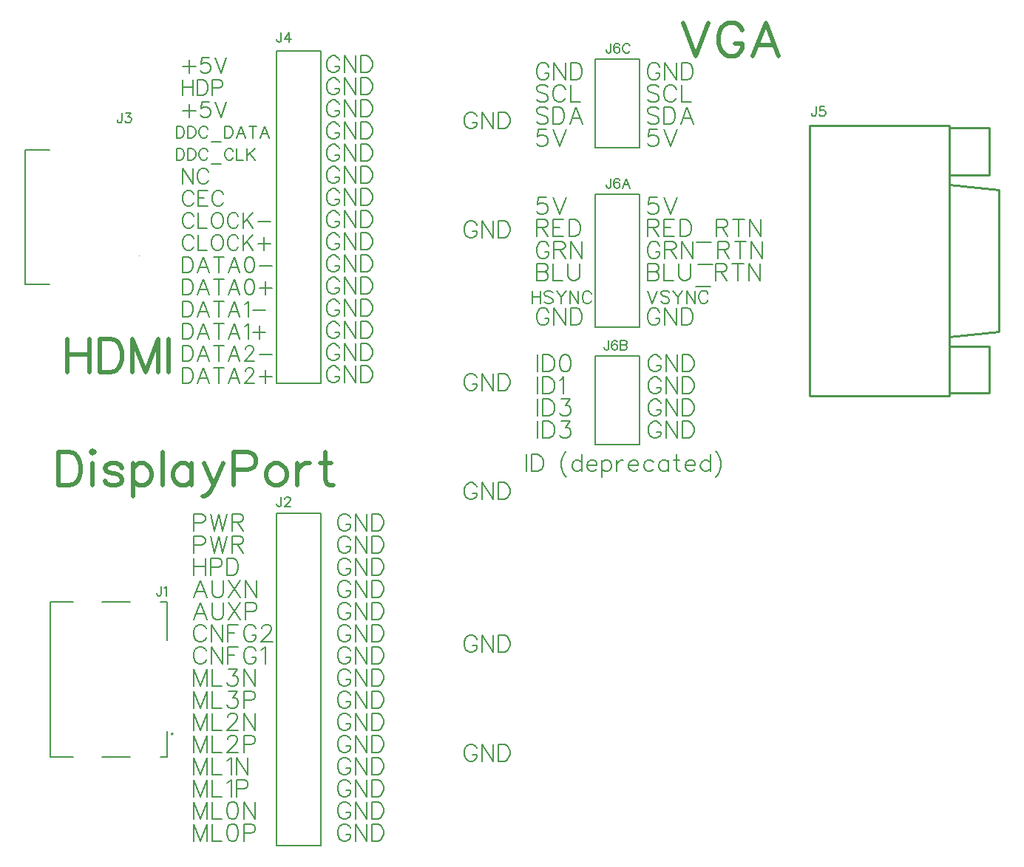
<source format=gto>
G04 Layer: TopSilkscreenLayer*
G04 EasyEDA v6.5.20, 2023-01-06 03:34:03*
G04 a67cddfb3fce44daa9051d46cbbcc19f,10*
G04 Gerber Generator version 0.2*
G04 Scale: 100 percent, Rotated: No, Reflected: No *
G04 Dimensions in millimeters *
G04 leading zeros omitted , absolute positions ,4 integer and 5 decimal *
%FSLAX45Y45*%
%MOMM*%

%ADD10C,0.5000*%
%ADD11C,0.2032*%
%ADD12C,0.1524*%
%ADD13C,0.2540*%
%ADD14C,0.1999*%
%ADD15C,0.1270*%
%ADD16C,0.1001*%
%ADD17C,0.0198*%

%LPD*%
D10*
X99948Y4803622D02*
G01*
X99948Y4421860D01*
X99948Y4803622D02*
G01*
X227203Y4803622D01*
X281812Y4785334D01*
X318135Y4749012D01*
X336422Y4712690D01*
X354456Y4658080D01*
X354456Y4567148D01*
X336422Y4512792D01*
X318135Y4476470D01*
X281812Y4439894D01*
X227203Y4421860D01*
X99948Y4421860D01*
X474598Y4803622D02*
G01*
X492632Y4785334D01*
X510920Y4803622D01*
X492632Y4821910D01*
X474598Y4803622D01*
X492632Y4676368D02*
G01*
X492632Y4421860D01*
X830961Y4621758D02*
G01*
X812672Y4658080D01*
X758062Y4676368D01*
X703706Y4676368D01*
X649096Y4658080D01*
X630809Y4621758D01*
X649096Y4585436D01*
X685419Y4567148D01*
X776351Y4549114D01*
X812672Y4530826D01*
X830961Y4494504D01*
X830961Y4476470D01*
X812672Y4439894D01*
X758062Y4421860D01*
X703706Y4421860D01*
X649096Y4439894D01*
X630809Y4476470D01*
X950848Y4676368D02*
G01*
X950848Y4294606D01*
X950848Y4621758D02*
G01*
X987170Y4658080D01*
X1023746Y4676368D01*
X1078103Y4676368D01*
X1114425Y4658080D01*
X1151001Y4621758D01*
X1169035Y4567148D01*
X1169035Y4530826D01*
X1151001Y4476470D01*
X1114425Y4439894D01*
X1078103Y4421860D01*
X1023746Y4421860D01*
X987170Y4439894D01*
X950848Y4476470D01*
X1289177Y4803622D02*
G01*
X1289177Y4421860D01*
X1627251Y4676368D02*
G01*
X1627251Y4421860D01*
X1627251Y4621758D02*
G01*
X1590929Y4658080D01*
X1554606Y4676368D01*
X1499996Y4676368D01*
X1463675Y4658080D01*
X1427353Y4621758D01*
X1409064Y4567148D01*
X1409064Y4530826D01*
X1427353Y4476470D01*
X1463675Y4439894D01*
X1499996Y4421860D01*
X1554606Y4421860D01*
X1590929Y4439894D01*
X1627251Y4476470D01*
X1765427Y4676368D02*
G01*
X1874646Y4421860D01*
X1983613Y4676368D02*
G01*
X1874646Y4421860D01*
X1838070Y4348962D01*
X1801748Y4312640D01*
X1765427Y4294606D01*
X1747393Y4294606D01*
X2103754Y4803622D02*
G01*
X2103754Y4421860D01*
X2103754Y4803622D02*
G01*
X2267331Y4803622D01*
X2321686Y4785334D01*
X2339975Y4767300D01*
X2358263Y4730978D01*
X2358263Y4676368D01*
X2339975Y4640046D01*
X2321686Y4621758D01*
X2267331Y4603724D01*
X2103754Y4603724D01*
X2569083Y4676368D02*
G01*
X2532761Y4658080D01*
X2496438Y4621758D01*
X2478150Y4567148D01*
X2478150Y4530826D01*
X2496438Y4476470D01*
X2532761Y4439894D01*
X2569083Y4421860D01*
X2623693Y4421860D01*
X2660015Y4439894D01*
X2696336Y4476470D01*
X2714625Y4530826D01*
X2714625Y4567148D01*
X2696336Y4621758D01*
X2660015Y4658080D01*
X2623693Y4676368D01*
X2569083Y4676368D01*
X2834513Y4676368D02*
G01*
X2834513Y4421860D01*
X2834513Y4567148D02*
G01*
X2852800Y4621758D01*
X2889122Y4658080D01*
X2925445Y4676368D01*
X2980054Y4676368D01*
X3154552Y4803622D02*
G01*
X3154552Y4494504D01*
X3172840Y4439894D01*
X3209163Y4421860D01*
X3245484Y4421860D01*
X3099943Y4676368D02*
G01*
X3227197Y4676368D01*
D11*
X1651000Y539976D02*
G01*
X1651000Y346174D01*
X1651000Y539976D02*
G01*
X1724913Y346174D01*
X1798828Y539976D02*
G01*
X1724913Y346174D01*
X1798828Y539976D02*
G01*
X1798828Y346174D01*
X1859787Y539976D02*
G01*
X1859787Y346174D01*
X1859787Y346174D02*
G01*
X1970531Y346174D01*
X2086863Y539976D02*
G01*
X2059177Y530832D01*
X2040890Y503146D01*
X2031491Y456918D01*
X2031491Y429232D01*
X2040890Y383004D01*
X2059177Y355318D01*
X2086863Y346174D01*
X2105406Y346174D01*
X2133091Y355318D01*
X2151634Y383004D01*
X2160777Y429232D01*
X2160777Y456918D01*
X2151634Y503146D01*
X2133091Y530832D01*
X2105406Y539976D01*
X2086863Y539976D01*
X2221738Y539976D02*
G01*
X2221738Y346174D01*
X2221738Y539976D02*
G01*
X2305050Y539976D01*
X2332736Y530832D01*
X2341879Y521688D01*
X2351024Y503146D01*
X2351024Y475460D01*
X2341879Y456918D01*
X2332736Y447774D01*
X2305050Y438376D01*
X2221738Y438376D01*
X1651000Y793978D02*
G01*
X1651000Y600176D01*
X1651000Y793978D02*
G01*
X1724913Y600176D01*
X1798828Y793978D02*
G01*
X1724913Y600176D01*
X1798828Y793978D02*
G01*
X1798828Y600176D01*
X1859787Y793978D02*
G01*
X1859787Y600176D01*
X1859787Y600176D02*
G01*
X1970531Y600176D01*
X2086863Y793978D02*
G01*
X2059177Y784834D01*
X2040890Y757148D01*
X2031491Y710920D01*
X2031491Y683234D01*
X2040890Y637006D01*
X2059177Y609320D01*
X2086863Y600176D01*
X2105406Y600176D01*
X2133091Y609320D01*
X2151634Y637006D01*
X2160777Y683234D01*
X2160777Y710920D01*
X2151634Y757148D01*
X2133091Y784834D01*
X2105406Y793978D01*
X2086863Y793978D01*
X2221738Y793978D02*
G01*
X2221738Y600176D01*
X2221738Y793978D02*
G01*
X2351024Y600176D01*
X2351024Y793978D02*
G01*
X2351024Y600176D01*
X1651000Y1301978D02*
G01*
X1651000Y1108176D01*
X1651000Y1301978D02*
G01*
X1724913Y1108176D01*
X1798828Y1301978D02*
G01*
X1724913Y1108176D01*
X1798828Y1301978D02*
G01*
X1798828Y1108176D01*
X1859787Y1301978D02*
G01*
X1859787Y1108176D01*
X1859787Y1108176D02*
G01*
X1970531Y1108176D01*
X2031491Y1265148D02*
G01*
X2050034Y1274292D01*
X2077720Y1301978D01*
X2077720Y1108176D01*
X2138679Y1301978D02*
G01*
X2138679Y1108176D01*
X2138679Y1301978D02*
G01*
X2267965Y1108176D01*
X2267965Y1301978D02*
G01*
X2267965Y1108176D01*
X1651000Y1047978D02*
G01*
X1651000Y854176D01*
X1651000Y1047978D02*
G01*
X1724913Y854176D01*
X1798828Y1047978D02*
G01*
X1724913Y854176D01*
X1798828Y1047978D02*
G01*
X1798828Y854176D01*
X1859787Y1047978D02*
G01*
X1859787Y854176D01*
X1859787Y854176D02*
G01*
X1970531Y854176D01*
X2031491Y1011148D02*
G01*
X2050034Y1020292D01*
X2077720Y1047978D01*
X2077720Y854176D01*
X2138679Y1047978D02*
G01*
X2138679Y854176D01*
X2138679Y1047978D02*
G01*
X2221738Y1047978D01*
X2249424Y1038834D01*
X2258822Y1029690D01*
X2267965Y1011148D01*
X2267965Y983462D01*
X2258822Y964920D01*
X2249424Y955776D01*
X2221738Y946378D01*
X2138679Y946378D01*
X1651000Y1809978D02*
G01*
X1651000Y1616176D01*
X1651000Y1809978D02*
G01*
X1724913Y1616176D01*
X1798828Y1809978D02*
G01*
X1724913Y1616176D01*
X1798828Y1809978D02*
G01*
X1798828Y1616176D01*
X1859787Y1809978D02*
G01*
X1859787Y1616176D01*
X1859787Y1616176D02*
G01*
X1970531Y1616176D01*
X2040890Y1763750D02*
G01*
X2040890Y1773148D01*
X2050034Y1791690D01*
X2059177Y1800834D01*
X2077720Y1809978D01*
X2114550Y1809978D01*
X2133091Y1800834D01*
X2142490Y1791690D01*
X2151634Y1773148D01*
X2151634Y1754606D01*
X2142490Y1736064D01*
X2123947Y1708378D01*
X2031491Y1616176D01*
X2160777Y1616176D01*
X2221738Y1809978D02*
G01*
X2221738Y1616176D01*
X2221738Y1809978D02*
G01*
X2351024Y1616176D01*
X2351024Y1809978D02*
G01*
X2351024Y1616176D01*
X1651000Y1555978D02*
G01*
X1651000Y1362176D01*
X1651000Y1555978D02*
G01*
X1724913Y1362176D01*
X1798828Y1555978D02*
G01*
X1724913Y1362176D01*
X1798828Y1555978D02*
G01*
X1798828Y1362176D01*
X1859787Y1555978D02*
G01*
X1859787Y1362176D01*
X1859787Y1362176D02*
G01*
X1970531Y1362176D01*
X2040636Y1509750D02*
G01*
X2040636Y1519148D01*
X2050034Y1537690D01*
X2059177Y1546834D01*
X2077720Y1555978D01*
X2114550Y1555978D01*
X2133091Y1546834D01*
X2142236Y1537690D01*
X2151634Y1519148D01*
X2151634Y1500606D01*
X2142236Y1482064D01*
X2123947Y1454378D01*
X2031491Y1362176D01*
X2160777Y1362176D01*
X2221738Y1555978D02*
G01*
X2221738Y1362176D01*
X2221738Y1555978D02*
G01*
X2304795Y1555978D01*
X2332736Y1546834D01*
X2341879Y1537690D01*
X2351024Y1519148D01*
X2351024Y1491462D01*
X2341879Y1472920D01*
X2332736Y1463776D01*
X2304795Y1454378D01*
X2221738Y1454378D01*
X1651000Y2317978D02*
G01*
X1651000Y2124176D01*
X1651000Y2317978D02*
G01*
X1724913Y2124176D01*
X1798828Y2317978D02*
G01*
X1724913Y2124176D01*
X1798828Y2317978D02*
G01*
X1798828Y2124176D01*
X1859787Y2317978D02*
G01*
X1859787Y2124176D01*
X1859787Y2124176D02*
G01*
X1970531Y2124176D01*
X2050034Y2317978D02*
G01*
X2151634Y2317978D01*
X2096261Y2244064D01*
X2123947Y2244064D01*
X2142490Y2234920D01*
X2151634Y2225776D01*
X2160777Y2198090D01*
X2160777Y2179548D01*
X2151634Y2151862D01*
X2133091Y2133320D01*
X2105406Y2124176D01*
X2077720Y2124176D01*
X2050034Y2133320D01*
X2040890Y2142464D01*
X2031491Y2161006D01*
X2221738Y2317978D02*
G01*
X2221738Y2124176D01*
X2221738Y2317978D02*
G01*
X2351024Y2124176D01*
X2351024Y2317978D02*
G01*
X2351024Y2124176D01*
X1651000Y2063978D02*
G01*
X1651000Y1870176D01*
X1651000Y2063978D02*
G01*
X1724913Y1870176D01*
X1798828Y2063978D02*
G01*
X1724913Y1870176D01*
X1798828Y2063978D02*
G01*
X1798828Y1870176D01*
X1859787Y2063978D02*
G01*
X1859787Y1870176D01*
X1859787Y1870176D02*
G01*
X1970531Y1870176D01*
X2050034Y2063978D02*
G01*
X2151634Y2063978D01*
X2096261Y1990064D01*
X2123947Y1990064D01*
X2142236Y1980920D01*
X2151634Y1971776D01*
X2160777Y1944090D01*
X2160777Y1925548D01*
X2151634Y1897862D01*
X2133091Y1879320D01*
X2105406Y1870176D01*
X2077720Y1870176D01*
X2050034Y1879320D01*
X2040636Y1888464D01*
X2031491Y1907006D01*
X2221738Y2063978D02*
G01*
X2221738Y1870176D01*
X2221738Y2063978D02*
G01*
X2304795Y2063978D01*
X2332736Y2054834D01*
X2341879Y2045690D01*
X2351024Y2027148D01*
X2351024Y1999462D01*
X2341879Y1980920D01*
X2332736Y1971776D01*
X2304795Y1962378D01*
X2221738Y1962378D01*
X1789429Y2779750D02*
G01*
X1780286Y2798292D01*
X1761744Y2816834D01*
X1743455Y2825978D01*
X1706371Y2825978D01*
X1687829Y2816834D01*
X1669542Y2798292D01*
X1660144Y2779750D01*
X1651000Y2752064D01*
X1651000Y2706090D01*
X1660144Y2678150D01*
X1669542Y2659862D01*
X1687829Y2641320D01*
X1706371Y2632176D01*
X1743455Y2632176D01*
X1761744Y2641320D01*
X1780286Y2659862D01*
X1789429Y2678150D01*
X1850389Y2825978D02*
G01*
X1850389Y2632176D01*
X1850389Y2825978D02*
G01*
X1979929Y2632176D01*
X1979929Y2825978D02*
G01*
X1979929Y2632176D01*
X2040890Y2825978D02*
G01*
X2040890Y2632176D01*
X2040890Y2825978D02*
G01*
X2160777Y2825978D01*
X2040890Y2733776D02*
G01*
X2114550Y2733776D01*
X2360422Y2779750D02*
G01*
X2351024Y2798292D01*
X2332736Y2816834D01*
X2314193Y2825978D01*
X2277109Y2825978D01*
X2258822Y2816834D01*
X2240279Y2798292D01*
X2231136Y2779750D01*
X2221738Y2752064D01*
X2221738Y2706090D01*
X2231136Y2678150D01*
X2240279Y2659862D01*
X2258822Y2641320D01*
X2277109Y2632176D01*
X2314193Y2632176D01*
X2332736Y2641320D01*
X2351024Y2659862D01*
X2360422Y2678150D01*
X2360422Y2706090D01*
X2314193Y2706090D02*
G01*
X2360422Y2706090D01*
X2430525Y2779750D02*
G01*
X2430525Y2789148D01*
X2439670Y2807690D01*
X2449068Y2816834D01*
X2467609Y2825978D01*
X2504440Y2825978D01*
X2522981Y2816834D01*
X2532125Y2807690D01*
X2541270Y2789148D01*
X2541270Y2770606D01*
X2532125Y2752064D01*
X2513584Y2724378D01*
X2421381Y2632176D01*
X2550668Y2632176D01*
X1789429Y2525750D02*
G01*
X1780286Y2544292D01*
X1761744Y2562834D01*
X1743455Y2571978D01*
X1706371Y2571978D01*
X1687829Y2562834D01*
X1669542Y2544292D01*
X1660144Y2525750D01*
X1651000Y2498064D01*
X1651000Y2452090D01*
X1660144Y2424150D01*
X1669542Y2405862D01*
X1687829Y2387320D01*
X1706371Y2378176D01*
X1743455Y2378176D01*
X1761744Y2387320D01*
X1780286Y2405862D01*
X1789429Y2424150D01*
X1850389Y2571978D02*
G01*
X1850389Y2378176D01*
X1850389Y2571978D02*
G01*
X1979675Y2378176D01*
X1979675Y2571978D02*
G01*
X1979675Y2378176D01*
X2040636Y2571978D02*
G01*
X2040636Y2378176D01*
X2040636Y2571978D02*
G01*
X2160777Y2571978D01*
X2040636Y2479776D02*
G01*
X2114550Y2479776D01*
X2360422Y2525750D02*
G01*
X2351024Y2544292D01*
X2332736Y2562834D01*
X2314193Y2571978D01*
X2277109Y2571978D01*
X2258822Y2562834D01*
X2240279Y2544292D01*
X2231136Y2525750D01*
X2221738Y2498064D01*
X2221738Y2452090D01*
X2231136Y2424150D01*
X2240279Y2405862D01*
X2258822Y2387320D01*
X2277109Y2378176D01*
X2314193Y2378176D01*
X2332736Y2387320D01*
X2351024Y2405862D01*
X2360422Y2424150D01*
X2360422Y2452090D01*
X2314193Y2452090D02*
G01*
X2360422Y2452090D01*
X2421381Y2535148D02*
G01*
X2439670Y2544292D01*
X2467356Y2571978D01*
X2467356Y2378176D01*
X1724913Y3333978D02*
G01*
X1651000Y3140176D01*
X1724913Y3333978D02*
G01*
X1798828Y3140176D01*
X1678686Y3204692D02*
G01*
X1771142Y3204692D01*
X1859787Y3333978D02*
G01*
X1859787Y3195548D01*
X1868931Y3167862D01*
X1887473Y3149320D01*
X1915160Y3140176D01*
X1933702Y3140176D01*
X1961388Y3149320D01*
X1979929Y3167862D01*
X1989074Y3195548D01*
X1989074Y3333978D01*
X2050034Y3333978D02*
G01*
X2179320Y3140176D01*
X2179320Y3333978D02*
G01*
X2050034Y3140176D01*
X2240279Y3333978D02*
G01*
X2240279Y3140176D01*
X2240279Y3333978D02*
G01*
X2369565Y3140176D01*
X2369565Y3333978D02*
G01*
X2369565Y3140176D01*
X1724913Y3079978D02*
G01*
X1651000Y2886176D01*
X1724913Y3079978D02*
G01*
X1798828Y2886176D01*
X1678686Y2950692D02*
G01*
X1771142Y2950692D01*
X1859787Y3079978D02*
G01*
X1859787Y2941548D01*
X1868931Y2913862D01*
X1887473Y2895320D01*
X1915160Y2886176D01*
X1933702Y2886176D01*
X1961388Y2895320D01*
X1979675Y2913862D01*
X1989074Y2941548D01*
X1989074Y3079978D01*
X2050034Y3079978D02*
G01*
X2179320Y2886176D01*
X2179320Y3079978D02*
G01*
X2050034Y2886176D01*
X2240279Y3079978D02*
G01*
X2240279Y2886176D01*
X2240279Y3079978D02*
G01*
X2323338Y3079978D01*
X2351024Y3070834D01*
X2360422Y3061690D01*
X2369565Y3043148D01*
X2369565Y3015462D01*
X2360422Y2996920D01*
X2351024Y2987776D01*
X2323338Y2978378D01*
X2240279Y2978378D01*
X1651000Y3841978D02*
G01*
X1651000Y3648176D01*
X1651000Y3841978D02*
G01*
X1734057Y3841978D01*
X1761744Y3832834D01*
X1771142Y3823690D01*
X1780286Y3805148D01*
X1780286Y3777462D01*
X1771142Y3758920D01*
X1761744Y3749776D01*
X1734057Y3740378D01*
X1651000Y3740378D01*
X1841245Y3841978D02*
G01*
X1887473Y3648176D01*
X1933702Y3841978D02*
G01*
X1887473Y3648176D01*
X1933702Y3841978D02*
G01*
X1979929Y3648176D01*
X2025904Y3841978D02*
G01*
X1979929Y3648176D01*
X2086863Y3841978D02*
G01*
X2086863Y3648176D01*
X2086863Y3841978D02*
G01*
X2170175Y3841978D01*
X2197861Y3832834D01*
X2207006Y3823690D01*
X2216150Y3805148D01*
X2216150Y3786606D01*
X2207006Y3768064D01*
X2197861Y3758920D01*
X2170175Y3749776D01*
X2086863Y3749776D01*
X2151634Y3749776D02*
G01*
X2216150Y3648176D01*
X1651000Y3587978D02*
G01*
X1651000Y3394176D01*
X1780286Y3587978D02*
G01*
X1780286Y3394176D01*
X1651000Y3495776D02*
G01*
X1780286Y3495776D01*
X1841245Y3587978D02*
G01*
X1841245Y3394176D01*
X1841245Y3587978D02*
G01*
X1924304Y3587978D01*
X1951990Y3578834D01*
X1961388Y3569690D01*
X1970531Y3551148D01*
X1970531Y3523462D01*
X1961388Y3504920D01*
X1951990Y3495776D01*
X1924304Y3486378D01*
X1841245Y3486378D01*
X2031491Y3587978D02*
G01*
X2031491Y3394176D01*
X2031491Y3587978D02*
G01*
X2096261Y3587978D01*
X2123947Y3578834D01*
X2142236Y3560292D01*
X2151634Y3541750D01*
X2160777Y3514064D01*
X2160777Y3468090D01*
X2151634Y3440150D01*
X2142236Y3421862D01*
X2123947Y3403320D01*
X2096261Y3394176D01*
X2031491Y3394176D01*
X1651000Y4095978D02*
G01*
X1651000Y3902176D01*
X1651000Y4095978D02*
G01*
X1734057Y4095978D01*
X1761744Y4086834D01*
X1771142Y4077690D01*
X1780286Y4059148D01*
X1780286Y4031462D01*
X1771142Y4012920D01*
X1761744Y4003776D01*
X1734057Y3994378D01*
X1651000Y3994378D01*
X1841245Y4095978D02*
G01*
X1887473Y3902176D01*
X1933702Y4095978D02*
G01*
X1887473Y3902176D01*
X1933702Y4095978D02*
G01*
X1979929Y3902176D01*
X2025904Y4095978D02*
G01*
X1979929Y3902176D01*
X2086863Y4095978D02*
G01*
X2086863Y3902176D01*
X2086863Y4095978D02*
G01*
X2170175Y4095978D01*
X2197861Y4086834D01*
X2207006Y4077690D01*
X2216150Y4059148D01*
X2216150Y4040606D01*
X2207006Y4022064D01*
X2197861Y4012920D01*
X2170175Y4003776D01*
X2086863Y4003776D01*
X2151634Y4003776D02*
G01*
X2216150Y3902176D01*
X3440429Y4049750D02*
G01*
X3431286Y4068292D01*
X3412743Y4086834D01*
X3394456Y4095978D01*
X3357372Y4095978D01*
X3338829Y4086834D01*
X3320541Y4068292D01*
X3311143Y4049750D01*
X3302000Y4022064D01*
X3302000Y3976090D01*
X3311143Y3948150D01*
X3320541Y3929862D01*
X3338829Y3911320D01*
X3357372Y3902176D01*
X3394456Y3902176D01*
X3412743Y3911320D01*
X3431286Y3929862D01*
X3440429Y3948150D01*
X3440429Y3976090D01*
X3394456Y3976090D02*
G01*
X3440429Y3976090D01*
X3501390Y4095978D02*
G01*
X3501390Y3902176D01*
X3501390Y4095978D02*
G01*
X3630929Y3902176D01*
X3630929Y4095978D02*
G01*
X3630929Y3902176D01*
X3691890Y4095978D02*
G01*
X3691890Y3902176D01*
X3691890Y4095978D02*
G01*
X3756406Y4095978D01*
X3784091Y4086834D01*
X3802634Y4068292D01*
X3811777Y4049750D01*
X3821175Y4022064D01*
X3821175Y3976090D01*
X3811777Y3948150D01*
X3802634Y3929862D01*
X3784091Y3911320D01*
X3756406Y3902176D01*
X3691890Y3902176D01*
X3440429Y3795753D02*
G01*
X3431286Y3814295D01*
X3412743Y3832837D01*
X3394456Y3841981D01*
X3357372Y3841981D01*
X3338829Y3832837D01*
X3320541Y3814295D01*
X3311143Y3795753D01*
X3302000Y3768067D01*
X3302000Y3722093D01*
X3311143Y3694153D01*
X3320541Y3675865D01*
X3338829Y3657323D01*
X3357372Y3648179D01*
X3394456Y3648179D01*
X3412743Y3657323D01*
X3431286Y3675865D01*
X3440429Y3694153D01*
X3440429Y3722093D01*
X3394456Y3722093D02*
G01*
X3440429Y3722093D01*
X3501390Y3841981D02*
G01*
X3501390Y3648179D01*
X3501390Y3841981D02*
G01*
X3630929Y3648179D01*
X3630929Y3841981D02*
G01*
X3630929Y3648179D01*
X3691890Y3841981D02*
G01*
X3691890Y3648179D01*
X3691890Y3841981D02*
G01*
X3756406Y3841981D01*
X3784091Y3832837D01*
X3802634Y3814295D01*
X3811777Y3795753D01*
X3821175Y3768067D01*
X3821175Y3722093D01*
X3811777Y3694153D01*
X3802634Y3675865D01*
X3784091Y3657323D01*
X3756406Y3648179D01*
X3691890Y3648179D01*
X3440429Y3287755D02*
G01*
X3431286Y3306297D01*
X3412743Y3324839D01*
X3394456Y3333983D01*
X3357372Y3333983D01*
X3338829Y3324839D01*
X3320541Y3306297D01*
X3311143Y3287755D01*
X3302000Y3260069D01*
X3302000Y3214095D01*
X3311143Y3186155D01*
X3320541Y3167867D01*
X3338829Y3149325D01*
X3357372Y3140181D01*
X3394456Y3140181D01*
X3412743Y3149325D01*
X3431286Y3167867D01*
X3440429Y3186155D01*
X3440429Y3214095D01*
X3394456Y3214095D02*
G01*
X3440429Y3214095D01*
X3501390Y3333983D02*
G01*
X3501390Y3140181D01*
X3501390Y3333983D02*
G01*
X3630929Y3140181D01*
X3630929Y3333983D02*
G01*
X3630929Y3140181D01*
X3691890Y3333983D02*
G01*
X3691890Y3140181D01*
X3691890Y3333983D02*
G01*
X3756406Y3333983D01*
X3784091Y3324839D01*
X3802634Y3306297D01*
X3811777Y3287755D01*
X3821175Y3260069D01*
X3821175Y3214095D01*
X3811777Y3186155D01*
X3802634Y3167867D01*
X3784091Y3149325D01*
X3756406Y3140181D01*
X3691890Y3140181D01*
X3440429Y3541753D02*
G01*
X3431286Y3560295D01*
X3412743Y3578837D01*
X3394456Y3587981D01*
X3357372Y3587981D01*
X3338829Y3578837D01*
X3320541Y3560295D01*
X3311143Y3541753D01*
X3302000Y3514067D01*
X3302000Y3468093D01*
X3311143Y3440153D01*
X3320541Y3421865D01*
X3338829Y3403323D01*
X3357372Y3394179D01*
X3394456Y3394179D01*
X3412743Y3403323D01*
X3431286Y3421865D01*
X3440429Y3440153D01*
X3440429Y3468093D01*
X3394456Y3468093D02*
G01*
X3440429Y3468093D01*
X3501390Y3587981D02*
G01*
X3501390Y3394179D01*
X3501390Y3587981D02*
G01*
X3630929Y3394179D01*
X3630929Y3587981D02*
G01*
X3630929Y3394179D01*
X3691890Y3587981D02*
G01*
X3691890Y3394179D01*
X3691890Y3587981D02*
G01*
X3756406Y3587981D01*
X3784091Y3578837D01*
X3802634Y3560295D01*
X3811777Y3541753D01*
X3821175Y3514067D01*
X3821175Y3468093D01*
X3811777Y3440153D01*
X3802634Y3421865D01*
X3784091Y3403323D01*
X3756406Y3394179D01*
X3691890Y3394179D01*
X3440429Y2779755D02*
G01*
X3431286Y2798297D01*
X3412743Y2816839D01*
X3394456Y2825983D01*
X3357372Y2825983D01*
X3338829Y2816839D01*
X3320541Y2798297D01*
X3311143Y2779755D01*
X3302000Y2752069D01*
X3302000Y2706095D01*
X3311143Y2678155D01*
X3320541Y2659867D01*
X3338829Y2641325D01*
X3357372Y2632181D01*
X3394456Y2632181D01*
X3412743Y2641325D01*
X3431286Y2659867D01*
X3440429Y2678155D01*
X3440429Y2706095D01*
X3394456Y2706095D02*
G01*
X3440429Y2706095D01*
X3501390Y2825983D02*
G01*
X3501390Y2632181D01*
X3501390Y2825983D02*
G01*
X3630929Y2632181D01*
X3630929Y2825983D02*
G01*
X3630929Y2632181D01*
X3691890Y2825983D02*
G01*
X3691890Y2632181D01*
X3691890Y2825983D02*
G01*
X3756406Y2825983D01*
X3784091Y2816839D01*
X3802634Y2798297D01*
X3811777Y2779755D01*
X3821175Y2752069D01*
X3821175Y2706095D01*
X3811777Y2678155D01*
X3802634Y2659867D01*
X3784091Y2641325D01*
X3756406Y2632181D01*
X3691890Y2632181D01*
X3440429Y3033753D02*
G01*
X3431286Y3052295D01*
X3412743Y3070837D01*
X3394456Y3079981D01*
X3357372Y3079981D01*
X3338829Y3070837D01*
X3320541Y3052295D01*
X3311143Y3033753D01*
X3302000Y3006067D01*
X3302000Y2960093D01*
X3311143Y2932153D01*
X3320541Y2913865D01*
X3338829Y2895323D01*
X3357372Y2886179D01*
X3394456Y2886179D01*
X3412743Y2895323D01*
X3431286Y2913865D01*
X3440429Y2932153D01*
X3440429Y2960093D01*
X3394456Y2960093D02*
G01*
X3440429Y2960093D01*
X3501390Y3079981D02*
G01*
X3501390Y2886179D01*
X3501390Y3079981D02*
G01*
X3630929Y2886179D01*
X3630929Y3079981D02*
G01*
X3630929Y2886179D01*
X3691890Y3079981D02*
G01*
X3691890Y2886179D01*
X3691890Y3079981D02*
G01*
X3756406Y3079981D01*
X3784091Y3070837D01*
X3802634Y3052295D01*
X3811777Y3033753D01*
X3821175Y3006067D01*
X3821175Y2960093D01*
X3811777Y2932153D01*
X3802634Y2913865D01*
X3784091Y2895323D01*
X3756406Y2886179D01*
X3691890Y2886179D01*
X3440429Y1255760D02*
G01*
X3431286Y1274302D01*
X3412743Y1292844D01*
X3394456Y1301988D01*
X3357372Y1301988D01*
X3338829Y1292844D01*
X3320541Y1274302D01*
X3311143Y1255760D01*
X3302000Y1228074D01*
X3302000Y1182100D01*
X3311143Y1154160D01*
X3320541Y1135872D01*
X3338829Y1117330D01*
X3357372Y1108186D01*
X3394456Y1108186D01*
X3412743Y1117330D01*
X3431286Y1135872D01*
X3440429Y1154160D01*
X3440429Y1182100D01*
X3394456Y1182100D02*
G01*
X3440429Y1182100D01*
X3501390Y1301988D02*
G01*
X3501390Y1108186D01*
X3501390Y1301988D02*
G01*
X3630929Y1108186D01*
X3630929Y1301988D02*
G01*
X3630929Y1108186D01*
X3691890Y1301988D02*
G01*
X3691890Y1108186D01*
X3691890Y1301988D02*
G01*
X3756406Y1301988D01*
X3784091Y1292844D01*
X3802634Y1274302D01*
X3811777Y1255760D01*
X3821175Y1228074D01*
X3821175Y1182100D01*
X3811777Y1154160D01*
X3802634Y1135872D01*
X3784091Y1117330D01*
X3756406Y1108186D01*
X3691890Y1108186D01*
X3440429Y1509758D02*
G01*
X3431286Y1528300D01*
X3412743Y1546842D01*
X3394456Y1555986D01*
X3357372Y1555986D01*
X3338829Y1546842D01*
X3320541Y1528300D01*
X3311143Y1509758D01*
X3302000Y1482072D01*
X3302000Y1436098D01*
X3311143Y1408158D01*
X3320541Y1389870D01*
X3338829Y1371328D01*
X3357372Y1362184D01*
X3394456Y1362184D01*
X3412743Y1371328D01*
X3431286Y1389870D01*
X3440429Y1408158D01*
X3440429Y1436098D01*
X3394456Y1436098D02*
G01*
X3440429Y1436098D01*
X3501390Y1555986D02*
G01*
X3501390Y1362184D01*
X3501390Y1555986D02*
G01*
X3630929Y1362184D01*
X3630929Y1555986D02*
G01*
X3630929Y1362184D01*
X3691890Y1555986D02*
G01*
X3691890Y1362184D01*
X3691890Y1555986D02*
G01*
X3756406Y1555986D01*
X3784091Y1546842D01*
X3802634Y1528300D01*
X3811777Y1509758D01*
X3821175Y1482072D01*
X3821175Y1436098D01*
X3811777Y1408158D01*
X3802634Y1389870D01*
X3784091Y1371328D01*
X3756406Y1362184D01*
X3691890Y1362184D01*
X3440429Y1763760D02*
G01*
X3431286Y1782302D01*
X3412743Y1800844D01*
X3394456Y1809988D01*
X3357372Y1809988D01*
X3338829Y1800844D01*
X3320541Y1782302D01*
X3311143Y1763760D01*
X3302000Y1736074D01*
X3302000Y1690100D01*
X3311143Y1662160D01*
X3320541Y1643872D01*
X3338829Y1625330D01*
X3357372Y1616186D01*
X3394456Y1616186D01*
X3412743Y1625330D01*
X3431286Y1643872D01*
X3440429Y1662160D01*
X3440429Y1690100D01*
X3394456Y1690100D02*
G01*
X3440429Y1690100D01*
X3501390Y1809988D02*
G01*
X3501390Y1616186D01*
X3501390Y1809988D02*
G01*
X3630929Y1616186D01*
X3630929Y1809988D02*
G01*
X3630929Y1616186D01*
X3691890Y1809988D02*
G01*
X3691890Y1616186D01*
X3691890Y1809988D02*
G01*
X3756406Y1809988D01*
X3784091Y1800844D01*
X3802634Y1782302D01*
X3811777Y1763760D01*
X3821175Y1736074D01*
X3821175Y1690100D01*
X3811777Y1662160D01*
X3802634Y1643872D01*
X3784091Y1625330D01*
X3756406Y1616186D01*
X3691890Y1616186D01*
X3440429Y2017758D02*
G01*
X3431286Y2036300D01*
X3412743Y2054842D01*
X3394456Y2063986D01*
X3357372Y2063986D01*
X3338829Y2054842D01*
X3320541Y2036300D01*
X3311143Y2017758D01*
X3302000Y1990072D01*
X3302000Y1944098D01*
X3311143Y1916158D01*
X3320541Y1897870D01*
X3338829Y1879328D01*
X3357372Y1870184D01*
X3394456Y1870184D01*
X3412743Y1879328D01*
X3431286Y1897870D01*
X3440429Y1916158D01*
X3440429Y1944098D01*
X3394456Y1944098D02*
G01*
X3440429Y1944098D01*
X3501390Y2063986D02*
G01*
X3501390Y1870184D01*
X3501390Y2063986D02*
G01*
X3630929Y1870184D01*
X3630929Y2063986D02*
G01*
X3630929Y1870184D01*
X3691890Y2063986D02*
G01*
X3691890Y1870184D01*
X3691890Y2063986D02*
G01*
X3756406Y2063986D01*
X3784091Y2054842D01*
X3802634Y2036300D01*
X3811777Y2017758D01*
X3821175Y1990072D01*
X3821175Y1944098D01*
X3811777Y1916158D01*
X3802634Y1897870D01*
X3784091Y1879328D01*
X3756406Y1870184D01*
X3691890Y1870184D01*
X3440429Y2525755D02*
G01*
X3431286Y2544297D01*
X3412743Y2562839D01*
X3394456Y2571983D01*
X3357372Y2571983D01*
X3338829Y2562839D01*
X3320541Y2544297D01*
X3311143Y2525755D01*
X3302000Y2498069D01*
X3302000Y2452095D01*
X3311143Y2424155D01*
X3320541Y2405867D01*
X3338829Y2387325D01*
X3357372Y2378181D01*
X3394456Y2378181D01*
X3412743Y2387325D01*
X3431286Y2405867D01*
X3440429Y2424155D01*
X3440429Y2452095D01*
X3394456Y2452095D02*
G01*
X3440429Y2452095D01*
X3501390Y2571983D02*
G01*
X3501390Y2378181D01*
X3501390Y2571983D02*
G01*
X3630929Y2378181D01*
X3630929Y2571983D02*
G01*
X3630929Y2378181D01*
X3691890Y2571983D02*
G01*
X3691890Y2378181D01*
X3691890Y2571983D02*
G01*
X3756406Y2571983D01*
X3784091Y2562839D01*
X3802634Y2544297D01*
X3811777Y2525755D01*
X3821175Y2498069D01*
X3821175Y2452095D01*
X3811777Y2424155D01*
X3802634Y2405867D01*
X3784091Y2387325D01*
X3756406Y2378181D01*
X3691890Y2378181D01*
X3440429Y2271758D02*
G01*
X3431286Y2290300D01*
X3412743Y2308842D01*
X3394456Y2317986D01*
X3357372Y2317986D01*
X3338829Y2308842D01*
X3320541Y2290300D01*
X3311143Y2271758D01*
X3302000Y2244072D01*
X3302000Y2198098D01*
X3311143Y2170158D01*
X3320541Y2151870D01*
X3338829Y2133328D01*
X3357372Y2124184D01*
X3394456Y2124184D01*
X3412743Y2133328D01*
X3431286Y2151870D01*
X3440429Y2170158D01*
X3440429Y2198098D01*
X3394456Y2198098D02*
G01*
X3440429Y2198098D01*
X3501390Y2317986D02*
G01*
X3501390Y2124184D01*
X3501390Y2317986D02*
G01*
X3630929Y2124184D01*
X3630929Y2317986D02*
G01*
X3630929Y2124184D01*
X3691890Y2317986D02*
G01*
X3691890Y2124184D01*
X3691890Y2317986D02*
G01*
X3756406Y2317986D01*
X3784091Y2308842D01*
X3802634Y2290300D01*
X3811777Y2271758D01*
X3821175Y2244072D01*
X3821175Y2198098D01*
X3811777Y2170158D01*
X3802634Y2151870D01*
X3784091Y2133328D01*
X3756406Y2124184D01*
X3691890Y2124184D01*
X3440429Y493760D02*
G01*
X3431291Y512302D01*
X3412743Y530844D01*
X3394458Y539988D01*
X3357374Y539988D01*
X3338829Y530844D01*
X3320541Y512302D01*
X3311143Y493760D01*
X3302007Y466074D01*
X3302007Y420100D01*
X3311143Y392160D01*
X3320541Y373872D01*
X3338829Y355330D01*
X3357374Y346186D01*
X3394458Y346186D01*
X3412743Y355330D01*
X3431291Y373872D01*
X3440429Y392160D01*
X3440429Y420100D01*
X3394458Y420100D02*
G01*
X3440429Y420100D01*
X3501392Y539988D02*
G01*
X3501392Y346186D01*
X3501392Y539988D02*
G01*
X3630929Y346186D01*
X3630929Y539988D02*
G01*
X3630929Y346186D01*
X3691892Y539988D02*
G01*
X3691892Y346186D01*
X3691892Y539988D02*
G01*
X3756408Y539988D01*
X3784091Y530844D01*
X3802641Y512302D01*
X3811777Y493760D01*
X3821175Y466074D01*
X3821175Y420100D01*
X3811777Y392160D01*
X3802641Y373872D01*
X3784091Y355330D01*
X3756408Y346186D01*
X3691892Y346186D01*
X3440429Y1001758D02*
G01*
X3431291Y1020300D01*
X3412743Y1038842D01*
X3394458Y1047986D01*
X3357374Y1047986D01*
X3338829Y1038842D01*
X3320541Y1020300D01*
X3311143Y1001758D01*
X3302007Y974072D01*
X3302007Y928098D01*
X3311143Y900158D01*
X3320541Y881870D01*
X3338829Y863328D01*
X3357374Y854184D01*
X3394458Y854184D01*
X3412743Y863328D01*
X3431291Y881870D01*
X3440429Y900158D01*
X3440429Y928098D01*
X3394458Y928098D02*
G01*
X3440429Y928098D01*
X3501392Y1047986D02*
G01*
X3501392Y854184D01*
X3501392Y1047986D02*
G01*
X3630929Y854184D01*
X3630929Y1047986D02*
G01*
X3630929Y854184D01*
X3691892Y1047986D02*
G01*
X3691892Y854184D01*
X3691892Y1047986D02*
G01*
X3756408Y1047986D01*
X3784091Y1038842D01*
X3802641Y1020300D01*
X3811777Y1001758D01*
X3821175Y974072D01*
X3821175Y928098D01*
X3811777Y900158D01*
X3802641Y881870D01*
X3784091Y863328D01*
X3756408Y854184D01*
X3691892Y854184D01*
X3440429Y747760D02*
G01*
X3431291Y766302D01*
X3412743Y784844D01*
X3394458Y793988D01*
X3357374Y793988D01*
X3338829Y784844D01*
X3320541Y766302D01*
X3311143Y747760D01*
X3302007Y720074D01*
X3302007Y674100D01*
X3311143Y646160D01*
X3320541Y627872D01*
X3338829Y609330D01*
X3357374Y600186D01*
X3394458Y600186D01*
X3412743Y609330D01*
X3431291Y627872D01*
X3440429Y646160D01*
X3440429Y674100D01*
X3394458Y674100D02*
G01*
X3440429Y674100D01*
X3501392Y793988D02*
G01*
X3501392Y600186D01*
X3501392Y793988D02*
G01*
X3630929Y600186D01*
X3630929Y793988D02*
G01*
X3630929Y600186D01*
X3691892Y793988D02*
G01*
X3691892Y600186D01*
X3691892Y793988D02*
G01*
X3756408Y793988D01*
X3784091Y784844D01*
X3802641Y766302D01*
X3811777Y747760D01*
X3821175Y720074D01*
X3821175Y674100D01*
X3811777Y646160D01*
X3802641Y627872D01*
X3784091Y609330D01*
X3756408Y600186D01*
X3691892Y600186D01*
D10*
X200050Y6103670D02*
G01*
X200050Y5721908D01*
X454558Y6103670D02*
G01*
X454558Y5721908D01*
X200050Y5921806D02*
G01*
X454558Y5921806D01*
X574446Y6103670D02*
G01*
X574446Y5721908D01*
X574446Y6103670D02*
G01*
X701700Y6103670D01*
X756310Y6085382D01*
X792632Y6049060D01*
X810920Y6012738D01*
X829208Y5958128D01*
X829208Y5867196D01*
X810920Y5812840D01*
X792632Y5776264D01*
X756310Y5739942D01*
X701700Y5721908D01*
X574446Y5721908D01*
X949096Y6103670D02*
G01*
X949096Y5721908D01*
X949096Y6103670D02*
G01*
X1094638Y5721908D01*
X1239926Y6103670D02*
G01*
X1094638Y5721908D01*
X1239926Y6103670D02*
G01*
X1239926Y5721908D01*
X1360068Y6103670D02*
G01*
X1360068Y5721908D01*
X7249922Y9728708D02*
G01*
X7395463Y9346692D01*
X7541006Y9728708D02*
G01*
X7395463Y9346692D01*
X7933690Y9637776D02*
G01*
X7915402Y9674097D01*
X7879079Y9710420D01*
X7842758Y9728708D01*
X7769859Y9728708D01*
X7733538Y9710420D01*
X7697215Y9674097D01*
X7679181Y9637776D01*
X7660893Y9583165D01*
X7660893Y9492234D01*
X7679181Y9437624D01*
X7697215Y9401302D01*
X7733538Y9364979D01*
X7769859Y9346692D01*
X7842758Y9346692D01*
X7879079Y9364979D01*
X7915402Y9401302D01*
X7933690Y9437624D01*
X7933690Y9492234D01*
X7842758Y9492234D02*
G01*
X7933690Y9492234D01*
X8199120Y9728708D02*
G01*
X8053577Y9346692D01*
X8199120Y9728708D02*
G01*
X8344408Y9346692D01*
X8108188Y9473945D02*
G01*
X8290052Y9473945D01*
D11*
X6996424Y5111750D02*
G01*
X6987280Y5130292D01*
X6968738Y5148834D01*
X6950453Y5157978D01*
X6913369Y5157978D01*
X6894824Y5148834D01*
X6876536Y5130292D01*
X6867138Y5111750D01*
X6857994Y5084063D01*
X6857994Y5038089D01*
X6867138Y5010150D01*
X6876536Y4991862D01*
X6894824Y4973320D01*
X6913369Y4964176D01*
X6950453Y4964176D01*
X6968738Y4973320D01*
X6987280Y4991862D01*
X6996424Y5010150D01*
X6996424Y5038089D01*
X6950453Y5038089D02*
G01*
X6996424Y5038089D01*
X7057387Y5157978D02*
G01*
X7057387Y4964176D01*
X7057387Y5157978D02*
G01*
X7186924Y4964176D01*
X7186924Y5157978D02*
G01*
X7186924Y4964176D01*
X7247887Y5157978D02*
G01*
X7247887Y4964176D01*
X7247887Y5157978D02*
G01*
X7312403Y5157978D01*
X7340086Y5148834D01*
X7358628Y5130292D01*
X7367772Y5111750D01*
X7377170Y5084063D01*
X7377170Y5038089D01*
X7367772Y5010150D01*
X7358628Y4991862D01*
X7340086Y4973320D01*
X7312403Y4964176D01*
X7247887Y4964176D01*
X6996422Y5365750D02*
G01*
X6987278Y5384292D01*
X6968736Y5402834D01*
X6950450Y5411978D01*
X6913366Y5411978D01*
X6894822Y5402834D01*
X6876534Y5384292D01*
X6867136Y5365750D01*
X6857992Y5338063D01*
X6857992Y5292089D01*
X6867136Y5264150D01*
X6876534Y5245862D01*
X6894822Y5227320D01*
X6913366Y5218176D01*
X6950450Y5218176D01*
X6968736Y5227320D01*
X6987278Y5245862D01*
X6996422Y5264150D01*
X6996422Y5292089D01*
X6950450Y5292089D02*
G01*
X6996422Y5292089D01*
X7057384Y5411978D02*
G01*
X7057384Y5218176D01*
X7057384Y5411978D02*
G01*
X7186922Y5218176D01*
X7186922Y5411978D02*
G01*
X7186922Y5218176D01*
X7247884Y5411978D02*
G01*
X7247884Y5218176D01*
X7247884Y5411978D02*
G01*
X7312400Y5411978D01*
X7340084Y5402834D01*
X7358626Y5384292D01*
X7367770Y5365750D01*
X7377168Y5338063D01*
X7377168Y5292089D01*
X7367770Y5264150D01*
X7358626Y5245862D01*
X7340084Y5227320D01*
X7312400Y5218176D01*
X7247884Y5218176D01*
X6996422Y5619750D02*
G01*
X6987278Y5638292D01*
X6968736Y5656834D01*
X6950450Y5665978D01*
X6913366Y5665978D01*
X6894822Y5656834D01*
X6876534Y5638292D01*
X6867136Y5619750D01*
X6857992Y5592063D01*
X6857992Y5546089D01*
X6867136Y5518150D01*
X6876534Y5499862D01*
X6894822Y5481320D01*
X6913366Y5472176D01*
X6950450Y5472176D01*
X6968736Y5481320D01*
X6987278Y5499862D01*
X6996422Y5518150D01*
X6996422Y5546089D01*
X6950450Y5546089D02*
G01*
X6996422Y5546089D01*
X7057384Y5665978D02*
G01*
X7057384Y5472176D01*
X7057384Y5665978D02*
G01*
X7186922Y5472176D01*
X7186922Y5665978D02*
G01*
X7186922Y5472176D01*
X7247884Y5665978D02*
G01*
X7247884Y5472176D01*
X7247884Y5665978D02*
G01*
X7312400Y5665978D01*
X7340084Y5656834D01*
X7358626Y5638292D01*
X7367770Y5619750D01*
X7377168Y5592063D01*
X7377168Y5546089D01*
X7367770Y5518150D01*
X7358626Y5499862D01*
X7340084Y5481320D01*
X7312400Y5472176D01*
X7247884Y5472176D01*
X6996422Y5873747D02*
G01*
X6987278Y5892289D01*
X6968736Y5910831D01*
X6950450Y5919975D01*
X6913366Y5919975D01*
X6894822Y5910831D01*
X6876534Y5892289D01*
X6867136Y5873747D01*
X6857992Y5846061D01*
X6857992Y5800087D01*
X6867136Y5772147D01*
X6876534Y5753859D01*
X6894822Y5735317D01*
X6913366Y5726173D01*
X6950450Y5726173D01*
X6968736Y5735317D01*
X6987278Y5753859D01*
X6996422Y5772147D01*
X6996422Y5800087D01*
X6950450Y5800087D02*
G01*
X6996422Y5800087D01*
X7057384Y5919975D02*
G01*
X7057384Y5726173D01*
X7057384Y5919975D02*
G01*
X7186922Y5726173D01*
X7186922Y5919975D02*
G01*
X7186922Y5726173D01*
X7247884Y5919975D02*
G01*
X7247884Y5726173D01*
X7247884Y5919975D02*
G01*
X7312400Y5919975D01*
X7340084Y5910831D01*
X7358626Y5892289D01*
X7367770Y5873747D01*
X7377168Y5846061D01*
X7377168Y5800087D01*
X7367770Y5772147D01*
X7358626Y5753859D01*
X7340084Y5735317D01*
X7312400Y5726173D01*
X7247884Y5726173D01*
X5588000Y5919978D02*
G01*
X5588000Y5726176D01*
X5648959Y5919978D02*
G01*
X5648959Y5726176D01*
X5648959Y5919978D02*
G01*
X5713729Y5919978D01*
X5741415Y5910834D01*
X5759704Y5892292D01*
X5769102Y5873750D01*
X5778245Y5846063D01*
X5778245Y5799836D01*
X5769102Y5772150D01*
X5759704Y5753862D01*
X5741415Y5735320D01*
X5713729Y5726176D01*
X5648959Y5726176D01*
X5894577Y5919978D02*
G01*
X5866891Y5910834D01*
X5848350Y5883147D01*
X5839206Y5836920D01*
X5839206Y5809234D01*
X5848350Y5763005D01*
X5866891Y5735320D01*
X5894577Y5726176D01*
X5913120Y5726176D01*
X5940806Y5735320D01*
X5959347Y5763005D01*
X5968491Y5809234D01*
X5968491Y5836920D01*
X5959347Y5883147D01*
X5940806Y5910834D01*
X5913120Y5919978D01*
X5894577Y5919978D01*
X5588000Y5411978D02*
G01*
X5588000Y5218176D01*
X5648959Y5411978D02*
G01*
X5648959Y5218176D01*
X5648959Y5411978D02*
G01*
X5713729Y5411978D01*
X5741415Y5402834D01*
X5759704Y5384292D01*
X5769102Y5365750D01*
X5778245Y5338063D01*
X5778245Y5292089D01*
X5769102Y5264150D01*
X5759704Y5245862D01*
X5741415Y5227320D01*
X5713729Y5218176D01*
X5648959Y5218176D01*
X5857747Y5411978D02*
G01*
X5959347Y5411978D01*
X5903975Y5338063D01*
X5931661Y5338063D01*
X5949950Y5328920D01*
X5959347Y5319776D01*
X5968491Y5292089D01*
X5968491Y5273547D01*
X5959347Y5245862D01*
X5940806Y5227320D01*
X5913120Y5218176D01*
X5885434Y5218176D01*
X5857747Y5227320D01*
X5848350Y5236463D01*
X5839206Y5255005D01*
X5588000Y5157978D02*
G01*
X5588000Y4964176D01*
X5648959Y5157978D02*
G01*
X5648959Y4964176D01*
X5648959Y5157978D02*
G01*
X5713729Y5157978D01*
X5741415Y5148834D01*
X5759704Y5130292D01*
X5769102Y5111750D01*
X5778245Y5084063D01*
X5778245Y5038089D01*
X5769102Y5010150D01*
X5759704Y4991862D01*
X5741415Y4973320D01*
X5713729Y4964176D01*
X5648959Y4964176D01*
X5857747Y5157978D02*
G01*
X5959347Y5157978D01*
X5903975Y5084063D01*
X5931661Y5084063D01*
X5949950Y5074920D01*
X5959347Y5065776D01*
X5968491Y5038089D01*
X5968491Y5019547D01*
X5959347Y4991862D01*
X5940806Y4973320D01*
X5913120Y4964176D01*
X5885434Y4964176D01*
X5857747Y4973320D01*
X5848350Y4982463D01*
X5839206Y5001005D01*
X5588000Y5665978D02*
G01*
X5588000Y5472176D01*
X5648959Y5665978D02*
G01*
X5648959Y5472176D01*
X5648959Y5665978D02*
G01*
X5713729Y5665978D01*
X5741415Y5656834D01*
X5759704Y5638292D01*
X5769102Y5619750D01*
X5778245Y5592063D01*
X5778245Y5546089D01*
X5769102Y5518150D01*
X5759704Y5499862D01*
X5741415Y5481320D01*
X5713729Y5472176D01*
X5648959Y5472176D01*
X5839206Y5629147D02*
G01*
X5857747Y5638292D01*
X5885434Y5665978D01*
X5885434Y5472176D01*
X5713475Y7170928D02*
G01*
X5704331Y7189215D01*
X5685790Y7207758D01*
X5667247Y7217155D01*
X5630418Y7217155D01*
X5611875Y7207758D01*
X5593334Y7189215D01*
X5584190Y7170928D01*
X5575045Y7143242D01*
X5575045Y7097013D01*
X5584190Y7069328D01*
X5593334Y7050786D01*
X5611875Y7032244D01*
X5630418Y7023100D01*
X5667247Y7023100D01*
X5685790Y7032244D01*
X5704331Y7050786D01*
X5713475Y7069328D01*
X5713475Y7097013D01*
X5667247Y7097013D02*
G01*
X5713475Y7097013D01*
X5774436Y7217155D02*
G01*
X5774436Y7023100D01*
X5774436Y7217155D02*
G01*
X5857493Y7217155D01*
X5885434Y7207758D01*
X5894577Y7198613D01*
X5903722Y7180071D01*
X5903722Y7161529D01*
X5894577Y7143242D01*
X5885434Y7133844D01*
X5857493Y7124700D01*
X5774436Y7124700D01*
X5839206Y7124700D02*
G01*
X5903722Y7023100D01*
X5964681Y7217155D02*
G01*
X5964681Y7023100D01*
X5964681Y7217155D02*
G01*
X6093968Y7023100D01*
X6093968Y7217155D02*
G01*
X6093968Y7023100D01*
X5525053Y6651307D02*
G01*
X5525053Y6508051D01*
X5620557Y6651307D02*
G01*
X5620557Y6508051D01*
X5525053Y6583235D02*
G01*
X5620557Y6583235D01*
X5761019Y6630987D02*
G01*
X5747303Y6644449D01*
X5726729Y6651307D01*
X5699551Y6651307D01*
X5678977Y6644449D01*
X5665515Y6630987D01*
X5665515Y6617271D01*
X5672373Y6603555D01*
X5678977Y6596697D01*
X5692693Y6590093D01*
X5733587Y6576377D01*
X5747303Y6569519D01*
X5754161Y6562661D01*
X5761019Y6549199D01*
X5761019Y6528625D01*
X5747303Y6514909D01*
X5726729Y6508051D01*
X5699551Y6508051D01*
X5678977Y6514909D01*
X5665515Y6528625D01*
X5805977Y6651307D02*
G01*
X5860333Y6583235D01*
X5860333Y6508051D01*
X5914943Y6651307D02*
G01*
X5860333Y6583235D01*
X5959901Y6651307D02*
G01*
X5959901Y6508051D01*
X5959901Y6651307D02*
G01*
X6055405Y6508051D01*
X6055405Y6651307D02*
G01*
X6055405Y6508051D01*
X6202725Y6617271D02*
G01*
X6195867Y6630987D01*
X6182151Y6644449D01*
X6168689Y6651307D01*
X6141257Y6651307D01*
X6127795Y6644449D01*
X6114079Y6630987D01*
X6107221Y6617271D01*
X6100363Y6596697D01*
X6100363Y6562661D01*
X6107221Y6542341D01*
X6114079Y6528625D01*
X6127795Y6514909D01*
X6141257Y6508051D01*
X6168689Y6508051D01*
X6182151Y6514909D01*
X6195867Y6528625D01*
X6202725Y6542341D01*
X5713422Y6408742D02*
G01*
X5704276Y6427284D01*
X5685739Y6445831D01*
X5667453Y6454975D01*
X5630369Y6454975D01*
X5611822Y6445831D01*
X5593537Y6427284D01*
X5584139Y6408742D01*
X5574990Y6381059D01*
X5574990Y6335085D01*
X5584139Y6307142D01*
X5593537Y6288852D01*
X5611822Y6270304D01*
X5630369Y6261173D01*
X5667453Y6261173D01*
X5685739Y6270304D01*
X5704276Y6288852D01*
X5713422Y6307142D01*
X5713422Y6335085D01*
X5667453Y6335085D02*
G01*
X5713422Y6335085D01*
X5774387Y6454975D02*
G01*
X5774387Y6261173D01*
X5774387Y6454975D02*
G01*
X5903922Y6261173D01*
X5903922Y6454975D02*
G01*
X5903922Y6261173D01*
X5964887Y6454975D02*
G01*
X5964887Y6261173D01*
X5964887Y6454975D02*
G01*
X6029403Y6454975D01*
X6057087Y6445831D01*
X6075624Y6427284D01*
X6084773Y6408742D01*
X6094171Y6381059D01*
X6094171Y6335085D01*
X6084773Y6307142D01*
X6075624Y6288852D01*
X6057087Y6270304D01*
X6029403Y6261173D01*
X5964887Y6261173D01*
X5575045Y6963155D02*
G01*
X5575045Y6769100D01*
X5575045Y6963155D02*
G01*
X5658104Y6963155D01*
X5685790Y6953758D01*
X5694934Y6944613D01*
X5704331Y6926071D01*
X5704331Y6907529D01*
X5694934Y6889242D01*
X5685790Y6879844D01*
X5658104Y6870700D01*
X5575045Y6870700D02*
G01*
X5658104Y6870700D01*
X5685790Y6861555D01*
X5694934Y6852158D01*
X5704331Y6833615D01*
X5704331Y6805929D01*
X5694934Y6787642D01*
X5685790Y6778244D01*
X5658104Y6769100D01*
X5575045Y6769100D01*
X5765291Y6963155D02*
G01*
X5765291Y6769100D01*
X5765291Y6769100D02*
G01*
X5876036Y6769100D01*
X5936995Y6963155D02*
G01*
X5936995Y6824471D01*
X5946393Y6796786D01*
X5964681Y6778244D01*
X5992368Y6769100D01*
X6010909Y6769100D01*
X6038595Y6778244D01*
X6057138Y6796786D01*
X6066281Y6824471D01*
X6066281Y6963155D01*
X6983475Y7170928D02*
G01*
X6974331Y7189215D01*
X6955790Y7207758D01*
X6937247Y7217155D01*
X6900418Y7217155D01*
X6881875Y7207758D01*
X6863334Y7189215D01*
X6854190Y7170928D01*
X6845045Y7143242D01*
X6845045Y7097013D01*
X6854190Y7069328D01*
X6863334Y7050786D01*
X6881875Y7032244D01*
X6900418Y7023100D01*
X6937247Y7023100D01*
X6955790Y7032244D01*
X6974331Y7050786D01*
X6983475Y7069328D01*
X6983475Y7097013D01*
X6937247Y7097013D02*
G01*
X6983475Y7097013D01*
X7044436Y7217155D02*
G01*
X7044436Y7023100D01*
X7044436Y7217155D02*
G01*
X7127493Y7217155D01*
X7155434Y7207758D01*
X7164577Y7198613D01*
X7173722Y7180071D01*
X7173722Y7161529D01*
X7164577Y7143242D01*
X7155434Y7133844D01*
X7127493Y7124700D01*
X7044436Y7124700D01*
X7109206Y7124700D02*
G01*
X7173722Y7023100D01*
X7234681Y7217155D02*
G01*
X7234681Y7023100D01*
X7234681Y7217155D02*
G01*
X7363968Y7023100D01*
X7363968Y7217155D02*
G01*
X7363968Y7023100D01*
X7424927Y6958329D02*
G01*
X7591297Y6958329D01*
X7652258Y7217155D02*
G01*
X7652258Y7023100D01*
X7652258Y7217155D02*
G01*
X7735315Y7217155D01*
X7763002Y7207758D01*
X7772400Y7198613D01*
X7781543Y7180071D01*
X7781543Y7161529D01*
X7772400Y7143242D01*
X7763002Y7133844D01*
X7735315Y7124700D01*
X7652258Y7124700D01*
X7716774Y7124700D02*
G01*
X7781543Y7023100D01*
X7907274Y7217155D02*
G01*
X7907274Y7023100D01*
X7842504Y7217155D02*
G01*
X7971790Y7217155D01*
X8032750Y7217155D02*
G01*
X8032750Y7023100D01*
X8032750Y7217155D02*
G01*
X8162036Y7023100D01*
X8162036Y7217155D02*
G01*
X8162036Y7023100D01*
X6845045Y6963155D02*
G01*
X6845045Y6769100D01*
X6845045Y6963155D02*
G01*
X6928104Y6963155D01*
X6955790Y6953758D01*
X6964934Y6944613D01*
X6974331Y6926071D01*
X6974331Y6907529D01*
X6964934Y6889242D01*
X6955790Y6879844D01*
X6928104Y6870700D01*
X6845045Y6870700D02*
G01*
X6928104Y6870700D01*
X6955790Y6861555D01*
X6964934Y6852158D01*
X6974331Y6833615D01*
X6974331Y6805929D01*
X6964934Y6787642D01*
X6955790Y6778244D01*
X6928104Y6769100D01*
X6845045Y6769100D01*
X7035291Y6963155D02*
G01*
X7035291Y6769100D01*
X7035291Y6769100D02*
G01*
X7146036Y6769100D01*
X7206995Y6963155D02*
G01*
X7206995Y6824471D01*
X7216393Y6796786D01*
X7234681Y6778244D01*
X7262368Y6769100D01*
X7280909Y6769100D01*
X7308595Y6778244D01*
X7327138Y6796786D01*
X7336281Y6824471D01*
X7336281Y6963155D01*
X7397241Y6704329D02*
G01*
X7563611Y6704329D01*
X7624572Y6963155D02*
G01*
X7624572Y6769100D01*
X7624572Y6963155D02*
G01*
X7707629Y6963155D01*
X7735315Y6953758D01*
X7744713Y6944613D01*
X7753858Y6926071D01*
X7753858Y6907529D01*
X7744713Y6889242D01*
X7735315Y6879844D01*
X7707629Y6870700D01*
X7624572Y6870700D01*
X7689088Y6870700D02*
G01*
X7753858Y6769100D01*
X7879334Y6963155D02*
G01*
X7879334Y6769100D01*
X7814818Y6963155D02*
G01*
X7944104Y6963155D01*
X8005063Y6963155D02*
G01*
X8005063Y6769100D01*
X8005063Y6963155D02*
G01*
X8134350Y6769100D01*
X8134350Y6963155D02*
G01*
X8134350Y6769100D01*
X6845045Y6655308D02*
G01*
X6899402Y6512052D01*
X6954011Y6655308D02*
G01*
X6899402Y6512052D01*
X7094474Y6634987D02*
G01*
X7081011Y6648450D01*
X7060438Y6655308D01*
X7033259Y6655308D01*
X7012686Y6648450D01*
X6998970Y6634987D01*
X6998970Y6621271D01*
X7005827Y6607555D01*
X7012686Y6600697D01*
X7026402Y6594094D01*
X7067295Y6580378D01*
X7081011Y6573520D01*
X7087615Y6566662D01*
X7094474Y6553200D01*
X7094474Y6532626D01*
X7081011Y6518910D01*
X7060438Y6512052D01*
X7033259Y6512052D01*
X7012686Y6518910D01*
X6998970Y6532626D01*
X7139431Y6655308D02*
G01*
X7194041Y6587236D01*
X7194041Y6512052D01*
X7248652Y6655308D02*
G01*
X7194041Y6587236D01*
X7293609Y6655308D02*
G01*
X7293609Y6512052D01*
X7293609Y6655308D02*
G01*
X7389113Y6512052D01*
X7389113Y6655308D02*
G01*
X7389113Y6512052D01*
X7536434Y6621271D02*
G01*
X7529575Y6634987D01*
X7515859Y6648450D01*
X7502143Y6655308D01*
X7474965Y6655308D01*
X7461250Y6648450D01*
X7447788Y6634987D01*
X7440929Y6621271D01*
X7434072Y6600697D01*
X7434072Y6566662D01*
X7440929Y6546342D01*
X7447788Y6532626D01*
X7461250Y6518910D01*
X7474965Y6512052D01*
X7502143Y6512052D01*
X7515859Y6518910D01*
X7529575Y6532626D01*
X7536434Y6546342D01*
X6983417Y6408742D02*
G01*
X6974276Y6427284D01*
X6955731Y6445831D01*
X6937446Y6454975D01*
X6900362Y6454975D01*
X6881817Y6445831D01*
X6863529Y6427284D01*
X6854131Y6408742D01*
X6844990Y6381059D01*
X6844990Y6335085D01*
X6854131Y6307142D01*
X6863529Y6288852D01*
X6881817Y6270304D01*
X6900362Y6261173D01*
X6937446Y6261173D01*
X6955731Y6270304D01*
X6974276Y6288852D01*
X6983417Y6307142D01*
X6983417Y6335085D01*
X6937446Y6335085D02*
G01*
X6983417Y6335085D01*
X7044380Y6454975D02*
G01*
X7044380Y6261173D01*
X7044380Y6454975D02*
G01*
X7173917Y6261173D01*
X7173917Y6454975D02*
G01*
X7173917Y6261173D01*
X7234880Y6454975D02*
G01*
X7234880Y6261173D01*
X7234880Y6454975D02*
G01*
X7299396Y6454975D01*
X7327079Y6445831D01*
X7345624Y6427284D01*
X7354765Y6408742D01*
X7364163Y6381059D01*
X7364163Y6335085D01*
X7354765Y6307142D01*
X7345624Y6288852D01*
X7327079Y6270304D01*
X7299396Y6261173D01*
X7234880Y6261173D01*
X5685790Y7725155D02*
G01*
X5593334Y7725155D01*
X5584190Y7641844D01*
X5593334Y7651242D01*
X5621274Y7660386D01*
X5648959Y7660386D01*
X5676645Y7651242D01*
X5694934Y7632700D01*
X5704331Y7605013D01*
X5704331Y7586471D01*
X5694934Y7558786D01*
X5676645Y7540244D01*
X5648959Y7531100D01*
X5621274Y7531100D01*
X5593334Y7540244D01*
X5584190Y7549642D01*
X5575045Y7567929D01*
X5765291Y7725155D02*
G01*
X5839206Y7531100D01*
X5913120Y7725155D02*
G01*
X5839206Y7531100D01*
X5575045Y7471155D02*
G01*
X5575045Y7277100D01*
X5575045Y7471155D02*
G01*
X5658104Y7471155D01*
X5685790Y7461758D01*
X5694934Y7452613D01*
X5704331Y7434071D01*
X5704331Y7415529D01*
X5694934Y7397242D01*
X5685790Y7387844D01*
X5658104Y7378700D01*
X5575045Y7378700D01*
X5639561Y7378700D02*
G01*
X5704331Y7277100D01*
X5765291Y7471155D02*
G01*
X5765291Y7277100D01*
X5765291Y7471155D02*
G01*
X5885434Y7471155D01*
X5765291Y7378700D02*
G01*
X5839206Y7378700D01*
X5765291Y7277100D02*
G01*
X5885434Y7277100D01*
X5946393Y7471155D02*
G01*
X5946393Y7277100D01*
X5946393Y7471155D02*
G01*
X6010909Y7471155D01*
X6038595Y7461758D01*
X6057138Y7443215D01*
X6066281Y7424928D01*
X6075679Y7397242D01*
X6075679Y7351013D01*
X6066281Y7323328D01*
X6057138Y7304786D01*
X6038595Y7286244D01*
X6010909Y7277100D01*
X5946393Y7277100D01*
X6955790Y7725155D02*
G01*
X6863334Y7725155D01*
X6854190Y7641844D01*
X6863334Y7651242D01*
X6891274Y7660386D01*
X6918959Y7660386D01*
X6946645Y7651242D01*
X6964934Y7632700D01*
X6974331Y7605013D01*
X6974331Y7586471D01*
X6964934Y7558786D01*
X6946645Y7540244D01*
X6918959Y7531100D01*
X6891274Y7531100D01*
X6863334Y7540244D01*
X6854190Y7549642D01*
X6845045Y7567929D01*
X7035291Y7725155D02*
G01*
X7109206Y7531100D01*
X7183120Y7725155D02*
G01*
X7109206Y7531100D01*
X6845045Y7471155D02*
G01*
X6845045Y7277100D01*
X6845045Y7471155D02*
G01*
X6928104Y7471155D01*
X6955790Y7461758D01*
X6964934Y7452613D01*
X6974331Y7434071D01*
X6974331Y7415529D01*
X6964934Y7397242D01*
X6955790Y7387844D01*
X6928104Y7378700D01*
X6845045Y7378700D01*
X6909561Y7378700D02*
G01*
X6974331Y7277100D01*
X7035291Y7471155D02*
G01*
X7035291Y7277100D01*
X7035291Y7471155D02*
G01*
X7155434Y7471155D01*
X7035291Y7378700D02*
G01*
X7109206Y7378700D01*
X7035291Y7277100D02*
G01*
X7155434Y7277100D01*
X7216393Y7471155D02*
G01*
X7216393Y7277100D01*
X7216393Y7471155D02*
G01*
X7280909Y7471155D01*
X7308595Y7461758D01*
X7327138Y7443215D01*
X7336281Y7424928D01*
X7345679Y7397242D01*
X7345679Y7351013D01*
X7336281Y7323328D01*
X7327138Y7304786D01*
X7308595Y7286244D01*
X7280909Y7277100D01*
X7216393Y7277100D01*
X7406640Y7212329D02*
G01*
X7572756Y7212329D01*
X7633715Y7471155D02*
G01*
X7633715Y7277100D01*
X7633715Y7471155D02*
G01*
X7716774Y7471155D01*
X7744713Y7461758D01*
X7753858Y7452613D01*
X7763002Y7434071D01*
X7763002Y7415529D01*
X7753858Y7397242D01*
X7744713Y7387844D01*
X7716774Y7378700D01*
X7633715Y7378700D01*
X7698486Y7378700D02*
G01*
X7763002Y7277100D01*
X7888731Y7471155D02*
G01*
X7888731Y7277100D01*
X7823961Y7471155D02*
G01*
X7953247Y7471155D01*
X8014208Y7471155D02*
G01*
X8014208Y7277100D01*
X8014208Y7471155D02*
G01*
X8143493Y7277100D01*
X8143493Y7471155D02*
G01*
X8143493Y7277100D01*
X5713422Y9220738D02*
G01*
X5704276Y9239280D01*
X5685731Y9257822D01*
X5667446Y9266966D01*
X5630362Y9266966D01*
X5611822Y9257822D01*
X5593529Y9239280D01*
X5584131Y9220738D01*
X5574990Y9193055D01*
X5574990Y9147081D01*
X5584131Y9119138D01*
X5593529Y9100853D01*
X5611822Y9082311D01*
X5630362Y9073164D01*
X5667446Y9073164D01*
X5685731Y9082311D01*
X5704276Y9100853D01*
X5713422Y9119138D01*
X5713422Y9147081D01*
X5667446Y9147081D02*
G01*
X5713422Y9147081D01*
X5774380Y9266966D02*
G01*
X5774380Y9073164D01*
X5774380Y9266966D02*
G01*
X5903922Y9073164D01*
X5903922Y9266966D02*
G01*
X5903922Y9073164D01*
X5964880Y9266966D02*
G01*
X5964880Y9073164D01*
X5964880Y9266966D02*
G01*
X6029396Y9266966D01*
X6057079Y9257822D01*
X6075624Y9239280D01*
X6084773Y9220738D01*
X6094163Y9193055D01*
X6094163Y9147081D01*
X6084773Y9119138D01*
X6075624Y9100853D01*
X6057079Y9082311D01*
X6029396Y9073164D01*
X5964880Y9073164D01*
X5704331Y8731250D02*
G01*
X5685790Y8749792D01*
X5658104Y8758936D01*
X5621274Y8758936D01*
X5593334Y8749792D01*
X5575045Y8731250D01*
X5575045Y8712962D01*
X5584190Y8694420D01*
X5593334Y8685021D01*
X5611875Y8675878D01*
X5667247Y8657336D01*
X5685790Y8648192D01*
X5694934Y8639047D01*
X5704331Y8620505D01*
X5704331Y8592820D01*
X5685790Y8574278D01*
X5658104Y8565134D01*
X5621274Y8565134D01*
X5593334Y8574278D01*
X5575045Y8592820D01*
X5765291Y8758936D02*
G01*
X5765291Y8565134D01*
X5765291Y8758936D02*
G01*
X5829808Y8758936D01*
X5857493Y8749792D01*
X5876036Y8731250D01*
X5885434Y8712962D01*
X5894577Y8685021D01*
X5894577Y8639047D01*
X5885434Y8611362D01*
X5876036Y8592820D01*
X5857493Y8574278D01*
X5829808Y8565134D01*
X5765291Y8565134D01*
X6029452Y8758936D02*
G01*
X5955538Y8565134D01*
X6029452Y8758936D02*
G01*
X6103365Y8565134D01*
X5983224Y8629650D02*
G01*
X6075679Y8629650D01*
X5685790Y8504936D02*
G01*
X5593588Y8504936D01*
X5584190Y8421878D01*
X5593588Y8431021D01*
X5621274Y8440420D01*
X5648959Y8440420D01*
X5676645Y8431021D01*
X5695188Y8412734D01*
X5704331Y8385047D01*
X5704331Y8366505D01*
X5695188Y8338820D01*
X5676645Y8320278D01*
X5648959Y8311134D01*
X5621274Y8311134D01*
X5593588Y8320278D01*
X5584190Y8329421D01*
X5575045Y8347963D01*
X5765291Y8504936D02*
G01*
X5839206Y8311134D01*
X5913120Y8504936D02*
G01*
X5839206Y8311134D01*
X5704331Y8985250D02*
G01*
X5685790Y9003792D01*
X5658104Y9012936D01*
X5621274Y9012936D01*
X5593334Y9003792D01*
X5575045Y8985250D01*
X5575045Y8966962D01*
X5584190Y8948420D01*
X5593334Y8939021D01*
X5611875Y8929878D01*
X5667247Y8911336D01*
X5685790Y8902192D01*
X5694934Y8893047D01*
X5704331Y8874505D01*
X5704331Y8846820D01*
X5685790Y8828278D01*
X5658104Y8819134D01*
X5621274Y8819134D01*
X5593334Y8828278D01*
X5575045Y8846820D01*
X5903722Y8966962D02*
G01*
X5894577Y8985250D01*
X5876036Y9003792D01*
X5857493Y9012936D01*
X5820663Y9012936D01*
X5802122Y9003792D01*
X5783834Y8985250D01*
X5774436Y8966962D01*
X5765291Y8939021D01*
X5765291Y8893047D01*
X5774436Y8865362D01*
X5783834Y8846820D01*
X5802122Y8828278D01*
X5820663Y8819134D01*
X5857493Y8819134D01*
X5876036Y8828278D01*
X5894577Y8846820D01*
X5903722Y8865362D01*
X5964681Y9012936D02*
G01*
X5964681Y8819134D01*
X5964681Y8819134D02*
G01*
X6075679Y8819134D01*
X6983415Y9220738D02*
G01*
X6974276Y9239280D01*
X6955729Y9257822D01*
X6937443Y9266966D01*
X6900359Y9266966D01*
X6881815Y9257822D01*
X6863527Y9239280D01*
X6854129Y9220738D01*
X6844990Y9193055D01*
X6844990Y9147081D01*
X6854129Y9119138D01*
X6863527Y9100853D01*
X6881815Y9082311D01*
X6900359Y9073164D01*
X6937443Y9073164D01*
X6955729Y9082311D01*
X6974276Y9100853D01*
X6983415Y9119138D01*
X6983415Y9147081D01*
X6937443Y9147081D02*
G01*
X6983415Y9147081D01*
X7044377Y9266966D02*
G01*
X7044377Y9073164D01*
X7044377Y9266966D02*
G01*
X7173915Y9073164D01*
X7173915Y9266966D02*
G01*
X7173915Y9073164D01*
X7234877Y9266966D02*
G01*
X7234877Y9073164D01*
X7234877Y9266966D02*
G01*
X7299393Y9266966D01*
X7327077Y9257822D01*
X7345624Y9239280D01*
X7354763Y9220738D01*
X7364161Y9193055D01*
X7364161Y9147081D01*
X7354763Y9119138D01*
X7345624Y9100853D01*
X7327077Y9082311D01*
X7299393Y9073164D01*
X7234877Y9073164D01*
X6974331Y8985250D02*
G01*
X6955790Y9003792D01*
X6928104Y9012936D01*
X6891274Y9012936D01*
X6863334Y9003792D01*
X6845045Y8985250D01*
X6845045Y8966962D01*
X6854190Y8948420D01*
X6863334Y8939021D01*
X6881875Y8929878D01*
X6937247Y8911336D01*
X6955790Y8902192D01*
X6964934Y8893047D01*
X6974331Y8874505D01*
X6974331Y8846820D01*
X6955790Y8828278D01*
X6928104Y8819134D01*
X6891274Y8819134D01*
X6863334Y8828278D01*
X6845045Y8846820D01*
X7173722Y8966962D02*
G01*
X7164577Y8985250D01*
X7146036Y9003792D01*
X7127493Y9012936D01*
X7090663Y9012936D01*
X7072122Y9003792D01*
X7053834Y8985250D01*
X7044436Y8966962D01*
X7035291Y8939021D01*
X7035291Y8893047D01*
X7044436Y8865362D01*
X7053834Y8846820D01*
X7072122Y8828278D01*
X7090663Y8819134D01*
X7127493Y8819134D01*
X7146036Y8828278D01*
X7164577Y8846820D01*
X7173722Y8865362D01*
X7234681Y9012936D02*
G01*
X7234681Y8819134D01*
X7234681Y8819134D02*
G01*
X7345679Y8819134D01*
X6974331Y8731250D02*
G01*
X6955790Y8749792D01*
X6928104Y8758936D01*
X6891274Y8758936D01*
X6863334Y8749792D01*
X6845045Y8731250D01*
X6845045Y8712962D01*
X6854190Y8694420D01*
X6863334Y8685021D01*
X6881875Y8675878D01*
X6937247Y8657336D01*
X6955790Y8648192D01*
X6964934Y8639047D01*
X6974331Y8620505D01*
X6974331Y8592820D01*
X6955790Y8574278D01*
X6928104Y8565134D01*
X6891274Y8565134D01*
X6863334Y8574278D01*
X6845045Y8592820D01*
X7035291Y8758936D02*
G01*
X7035291Y8565134D01*
X7035291Y8758936D02*
G01*
X7099808Y8758936D01*
X7127493Y8749792D01*
X7146036Y8731250D01*
X7155434Y8712962D01*
X7164577Y8685021D01*
X7164577Y8639047D01*
X7155434Y8611362D01*
X7146036Y8592820D01*
X7127493Y8574278D01*
X7099808Y8565134D01*
X7035291Y8565134D01*
X7299452Y8758936D02*
G01*
X7225538Y8565134D01*
X7299452Y8758936D02*
G01*
X7373365Y8565134D01*
X7253224Y8629650D02*
G01*
X7345679Y8629650D01*
X6955790Y8504936D02*
G01*
X6863334Y8504936D01*
X6854190Y8421878D01*
X6863334Y8431021D01*
X6891274Y8440420D01*
X6918959Y8440420D01*
X6946645Y8431021D01*
X6964934Y8412734D01*
X6974331Y8385047D01*
X6974331Y8366505D01*
X6964934Y8338820D01*
X6946645Y8320278D01*
X6918959Y8311134D01*
X6891274Y8311134D01*
X6863334Y8320278D01*
X6854190Y8329421D01*
X6845045Y8347963D01*
X7035291Y8504936D02*
G01*
X7109206Y8311134D01*
X7183120Y8504936D02*
G01*
X7109206Y8311134D01*
X5461002Y4776978D02*
G01*
X5461002Y4583176D01*
X5521962Y4776978D02*
G01*
X5521962Y4583176D01*
X5521962Y4776978D02*
G01*
X5586478Y4776978D01*
X5614418Y4767834D01*
X5632706Y4749292D01*
X5642104Y4730750D01*
X5651248Y4703063D01*
X5651248Y4657089D01*
X5642104Y4629150D01*
X5632706Y4610862D01*
X5614418Y4592320D01*
X5586478Y4583176D01*
X5521962Y4583176D01*
X5919218Y4814062D02*
G01*
X5900676Y4795520D01*
X5882134Y4767834D01*
X5863592Y4730750D01*
X5854448Y4684776D01*
X5854448Y4647692D01*
X5863592Y4601463D01*
X5882134Y4564634D01*
X5900676Y4536947D01*
X5919218Y4518405D01*
X6090922Y4776978D02*
G01*
X6090922Y4583176D01*
X6090922Y4684776D02*
G01*
X6072380Y4703063D01*
X6053838Y4712462D01*
X6026152Y4712462D01*
X6007864Y4703063D01*
X5989322Y4684776D01*
X5980178Y4657089D01*
X5980178Y4638547D01*
X5989322Y4610862D01*
X6007864Y4592320D01*
X6026152Y4583176D01*
X6053838Y4583176D01*
X6072380Y4592320D01*
X6090922Y4610862D01*
X6151882Y4657089D02*
G01*
X6262626Y4657089D01*
X6262626Y4675378D01*
X6253482Y4693920D01*
X6244338Y4703063D01*
X6225796Y4712462D01*
X6198110Y4712462D01*
X6179568Y4703063D01*
X6161026Y4684776D01*
X6151882Y4657089D01*
X6151882Y4638547D01*
X6161026Y4610862D01*
X6179568Y4592320D01*
X6198110Y4583176D01*
X6225796Y4583176D01*
X6244338Y4592320D01*
X6262626Y4610862D01*
X6323586Y4712462D02*
G01*
X6323586Y4518405D01*
X6323586Y4684776D02*
G01*
X6342128Y4703063D01*
X6360670Y4712462D01*
X6388356Y4712462D01*
X6406898Y4703063D01*
X6425186Y4684776D01*
X6434584Y4657089D01*
X6434584Y4638547D01*
X6425186Y4610862D01*
X6406898Y4592320D01*
X6388356Y4583176D01*
X6360670Y4583176D01*
X6342128Y4592320D01*
X6323586Y4610862D01*
X6495544Y4712462D02*
G01*
X6495544Y4583176D01*
X6495544Y4657089D02*
G01*
X6504688Y4684776D01*
X6523230Y4703063D01*
X6541518Y4712462D01*
X6569458Y4712462D01*
X6630418Y4657089D02*
G01*
X6741162Y4657089D01*
X6741162Y4675378D01*
X6732018Y4693920D01*
X6722620Y4703063D01*
X6704078Y4712462D01*
X6676392Y4712462D01*
X6658104Y4703063D01*
X6639562Y4684776D01*
X6630418Y4657089D01*
X6630418Y4638547D01*
X6639562Y4610862D01*
X6658104Y4592320D01*
X6676392Y4583176D01*
X6704078Y4583176D01*
X6722620Y4592320D01*
X6741162Y4610862D01*
X6912866Y4684776D02*
G01*
X6894578Y4703063D01*
X6876036Y4712462D01*
X6848350Y4712462D01*
X6829808Y4703063D01*
X6811266Y4684776D01*
X6802122Y4657089D01*
X6802122Y4638547D01*
X6811266Y4610862D01*
X6829808Y4592320D01*
X6848350Y4583176D01*
X6876036Y4583176D01*
X6894578Y4592320D01*
X6912866Y4610862D01*
X7084824Y4712462D02*
G01*
X7084824Y4583176D01*
X7084824Y4684776D02*
G01*
X7066282Y4703063D01*
X7047740Y4712462D01*
X7020054Y4712462D01*
X7001512Y4703063D01*
X6983224Y4684776D01*
X6973826Y4657089D01*
X6973826Y4638547D01*
X6983224Y4610862D01*
X7001512Y4592320D01*
X7020054Y4583176D01*
X7047740Y4583176D01*
X7066282Y4592320D01*
X7084824Y4610862D01*
X7173470Y4776978D02*
G01*
X7173470Y4620005D01*
X7182614Y4592320D01*
X7201156Y4583176D01*
X7219698Y4583176D01*
X7145784Y4712462D02*
G01*
X7210300Y4712462D01*
X7280658Y4657089D02*
G01*
X7391402Y4657089D01*
X7391402Y4675378D01*
X7382258Y4693920D01*
X7372860Y4703063D01*
X7354318Y4712462D01*
X7326632Y4712462D01*
X7308344Y4703063D01*
X7289802Y4684776D01*
X7280658Y4657089D01*
X7280658Y4638547D01*
X7289802Y4610862D01*
X7308344Y4592320D01*
X7326632Y4583176D01*
X7354318Y4583176D01*
X7372860Y4592320D01*
X7391402Y4610862D01*
X7563106Y4776978D02*
G01*
X7563106Y4583176D01*
X7563106Y4684776D02*
G01*
X7544818Y4703063D01*
X7526276Y4712462D01*
X7498590Y4712462D01*
X7480048Y4703063D01*
X7461506Y4684776D01*
X7452362Y4657089D01*
X7452362Y4638547D01*
X7461506Y4610862D01*
X7480048Y4592320D01*
X7498590Y4583176D01*
X7526276Y4583176D01*
X7544818Y4592320D01*
X7563106Y4610862D01*
X7624066Y4814062D02*
G01*
X7642608Y4795520D01*
X7661150Y4767834D01*
X7679438Y4730750D01*
X7688836Y4684776D01*
X7688836Y4647692D01*
X7679438Y4601463D01*
X7661150Y4564634D01*
X7642608Y4536947D01*
X7624066Y4518405D01*
X3313429Y5746750D02*
G01*
X3304286Y5765292D01*
X3285743Y5783834D01*
X3267458Y5792978D01*
X3230374Y5792978D01*
X3211829Y5783834D01*
X3193541Y5765292D01*
X3184143Y5746750D01*
X3175000Y5719063D01*
X3175000Y5673089D01*
X3184143Y5645150D01*
X3193541Y5626862D01*
X3211829Y5608320D01*
X3230374Y5599176D01*
X3267458Y5599176D01*
X3285743Y5608320D01*
X3304286Y5626862D01*
X3313429Y5645150D01*
X3313429Y5673089D01*
X3267458Y5673089D02*
G01*
X3313429Y5673089D01*
X3374392Y5792978D02*
G01*
X3374392Y5599176D01*
X3374392Y5792978D02*
G01*
X3503929Y5599176D01*
X3503929Y5792978D02*
G01*
X3503929Y5599176D01*
X3564892Y5792978D02*
G01*
X3564892Y5599176D01*
X3564892Y5792978D02*
G01*
X3629408Y5792978D01*
X3657091Y5783834D01*
X3675634Y5765292D01*
X3684777Y5746750D01*
X3694175Y5719063D01*
X3694175Y5673089D01*
X3684777Y5645150D01*
X3675634Y5626862D01*
X3657091Y5608320D01*
X3629408Y5599176D01*
X3564892Y5599176D01*
X3313429Y6000747D02*
G01*
X3304286Y6019289D01*
X3285743Y6037831D01*
X3267458Y6046975D01*
X3230374Y6046975D01*
X3211829Y6037831D01*
X3193541Y6019289D01*
X3184143Y6000747D01*
X3175000Y5973061D01*
X3175000Y5927087D01*
X3184143Y5899147D01*
X3193541Y5880859D01*
X3211829Y5862317D01*
X3230374Y5853173D01*
X3267458Y5853173D01*
X3285743Y5862317D01*
X3304286Y5880859D01*
X3313429Y5899147D01*
X3313429Y5927087D01*
X3267458Y5927087D02*
G01*
X3313429Y5927087D01*
X3374392Y6046975D02*
G01*
X3374392Y5853173D01*
X3374392Y6046975D02*
G01*
X3503929Y5853173D01*
X3503929Y6046975D02*
G01*
X3503929Y5853173D01*
X3564892Y6046975D02*
G01*
X3564892Y5853173D01*
X3564892Y6046975D02*
G01*
X3629408Y6046975D01*
X3657091Y6037831D01*
X3675634Y6019289D01*
X3684777Y6000747D01*
X3694175Y5973061D01*
X3694175Y5927087D01*
X3684777Y5899147D01*
X3675634Y5880859D01*
X3657091Y5862317D01*
X3629408Y5853173D01*
X3564892Y5853173D01*
X3313429Y6508747D02*
G01*
X3304286Y6527289D01*
X3285743Y6545831D01*
X3267458Y6554975D01*
X3230374Y6554975D01*
X3211829Y6545831D01*
X3193541Y6527289D01*
X3184143Y6508747D01*
X3175000Y6481061D01*
X3175000Y6435087D01*
X3184143Y6407147D01*
X3193541Y6388859D01*
X3211829Y6370317D01*
X3230374Y6361173D01*
X3267458Y6361173D01*
X3285743Y6370317D01*
X3304286Y6388859D01*
X3313429Y6407147D01*
X3313429Y6435087D01*
X3267458Y6435087D02*
G01*
X3313429Y6435087D01*
X3374392Y6554975D02*
G01*
X3374392Y6361173D01*
X3374392Y6554975D02*
G01*
X3503929Y6361173D01*
X3503929Y6554975D02*
G01*
X3503929Y6361173D01*
X3564892Y6554975D02*
G01*
X3564892Y6361173D01*
X3564892Y6554975D02*
G01*
X3629408Y6554975D01*
X3657091Y6545831D01*
X3675634Y6527289D01*
X3684777Y6508747D01*
X3694175Y6481061D01*
X3694175Y6435087D01*
X3684777Y6407147D01*
X3675634Y6388859D01*
X3657091Y6370317D01*
X3629408Y6361173D01*
X3564892Y6361173D01*
X3313429Y6254750D02*
G01*
X3304286Y6273292D01*
X3285743Y6291834D01*
X3267458Y6300978D01*
X3230374Y6300978D01*
X3211829Y6291834D01*
X3193541Y6273292D01*
X3184143Y6254750D01*
X3175000Y6227063D01*
X3175000Y6181089D01*
X3184143Y6153150D01*
X3193541Y6134862D01*
X3211829Y6116320D01*
X3230374Y6107176D01*
X3267458Y6107176D01*
X3285743Y6116320D01*
X3304286Y6134862D01*
X3313429Y6153150D01*
X3313429Y6181089D01*
X3267458Y6181089D02*
G01*
X3313429Y6181089D01*
X3374392Y6300978D02*
G01*
X3374392Y6107176D01*
X3374392Y6300978D02*
G01*
X3503929Y6107176D01*
X3503929Y6300978D02*
G01*
X3503929Y6107176D01*
X3564892Y6300978D02*
G01*
X3564892Y6107176D01*
X3564892Y6300978D02*
G01*
X3629408Y6300978D01*
X3657091Y6291834D01*
X3675634Y6273292D01*
X3684777Y6254750D01*
X3694175Y6227063D01*
X3694175Y6181089D01*
X3684777Y6153150D01*
X3675634Y6134862D01*
X3657091Y6116320D01*
X3629408Y6107176D01*
X3564892Y6107176D01*
X3313429Y7016744D02*
G01*
X3304286Y7035286D01*
X3285743Y7053828D01*
X3267458Y7062972D01*
X3230374Y7062972D01*
X3211829Y7053828D01*
X3193541Y7035286D01*
X3184143Y7016744D01*
X3175000Y6989058D01*
X3175000Y6943084D01*
X3184143Y6915144D01*
X3193541Y6896854D01*
X3211829Y6878312D01*
X3230374Y6869170D01*
X3267458Y6869170D01*
X3285743Y6878312D01*
X3304286Y6896854D01*
X3313429Y6915144D01*
X3313429Y6943084D01*
X3267458Y6943084D02*
G01*
X3313429Y6943084D01*
X3374392Y7062972D02*
G01*
X3374392Y6869170D01*
X3374392Y7062972D02*
G01*
X3503929Y6869170D01*
X3503929Y7062972D02*
G01*
X3503929Y6869170D01*
X3564892Y7062972D02*
G01*
X3564892Y6869170D01*
X3564892Y7062972D02*
G01*
X3629408Y7062972D01*
X3657091Y7053828D01*
X3675634Y7035286D01*
X3684777Y7016744D01*
X3694175Y6989058D01*
X3694175Y6943084D01*
X3684777Y6915144D01*
X3675634Y6896854D01*
X3657091Y6878312D01*
X3629408Y6869170D01*
X3564892Y6869170D01*
X3313429Y6762744D02*
G01*
X3304286Y6781286D01*
X3285743Y6799831D01*
X3267458Y6808975D01*
X3230374Y6808975D01*
X3211829Y6799831D01*
X3193541Y6781286D01*
X3184143Y6762744D01*
X3175000Y6735061D01*
X3175000Y6689087D01*
X3184143Y6661144D01*
X3193541Y6642859D01*
X3211829Y6624317D01*
X3230374Y6615173D01*
X3267458Y6615173D01*
X3285743Y6624317D01*
X3304286Y6642859D01*
X3313429Y6661144D01*
X3313429Y6689087D01*
X3267458Y6689087D02*
G01*
X3313429Y6689087D01*
X3374392Y6808975D02*
G01*
X3374392Y6615173D01*
X3374392Y6808975D02*
G01*
X3503929Y6615173D01*
X3503929Y6808975D02*
G01*
X3503929Y6615173D01*
X3564892Y6808975D02*
G01*
X3564892Y6615173D01*
X3564892Y6808975D02*
G01*
X3629408Y6808975D01*
X3657091Y6799831D01*
X3675634Y6781286D01*
X3684777Y6762744D01*
X3694175Y6735061D01*
X3694175Y6689087D01*
X3684777Y6661144D01*
X3675634Y6642859D01*
X3657091Y6624317D01*
X3629408Y6615173D01*
X3564892Y6615173D01*
X3313429Y7270744D02*
G01*
X3304286Y7289286D01*
X3285743Y7307831D01*
X3267458Y7316975D01*
X3230374Y7316975D01*
X3211829Y7307831D01*
X3193541Y7289286D01*
X3184143Y7270744D01*
X3175000Y7243061D01*
X3175000Y7197087D01*
X3184143Y7169144D01*
X3193541Y7150859D01*
X3211829Y7132317D01*
X3230374Y7123173D01*
X3267458Y7123173D01*
X3285743Y7132317D01*
X3304286Y7150859D01*
X3313429Y7169144D01*
X3313429Y7197087D01*
X3267458Y7197087D02*
G01*
X3313429Y7197087D01*
X3374392Y7316975D02*
G01*
X3374392Y7123173D01*
X3374392Y7316975D02*
G01*
X3503929Y7123173D01*
X3503929Y7316975D02*
G01*
X3503929Y7123173D01*
X3564892Y7316975D02*
G01*
X3564892Y7123173D01*
X3564892Y7316975D02*
G01*
X3629408Y7316975D01*
X3657091Y7307831D01*
X3675634Y7289286D01*
X3684777Y7270744D01*
X3694175Y7243061D01*
X3694175Y7197087D01*
X3684777Y7169144D01*
X3675634Y7150859D01*
X3657091Y7132317D01*
X3629408Y7123173D01*
X3564892Y7123173D01*
X3313429Y7524744D02*
G01*
X3304286Y7543286D01*
X3285743Y7561828D01*
X3267458Y7570972D01*
X3230374Y7570972D01*
X3211829Y7561828D01*
X3193541Y7543286D01*
X3184143Y7524744D01*
X3175000Y7497058D01*
X3175000Y7451084D01*
X3184143Y7423144D01*
X3193541Y7404854D01*
X3211829Y7386312D01*
X3230374Y7377170D01*
X3267458Y7377170D01*
X3285743Y7386312D01*
X3304286Y7404854D01*
X3313429Y7423144D01*
X3313429Y7451084D01*
X3267458Y7451084D02*
G01*
X3313429Y7451084D01*
X3374392Y7570972D02*
G01*
X3374392Y7377170D01*
X3374392Y7570972D02*
G01*
X3503929Y7377170D01*
X3503929Y7570972D02*
G01*
X3503929Y7377170D01*
X3564892Y7570972D02*
G01*
X3564892Y7377170D01*
X3564892Y7570972D02*
G01*
X3629408Y7570972D01*
X3657091Y7561828D01*
X3675634Y7543286D01*
X3684777Y7524744D01*
X3694175Y7497058D01*
X3694175Y7451084D01*
X3684777Y7423144D01*
X3675634Y7404854D01*
X3657091Y7386312D01*
X3629408Y7377170D01*
X3564892Y7377170D01*
X3313429Y8032742D02*
G01*
X3304286Y8051284D01*
X3285743Y8069826D01*
X3267458Y8078970D01*
X3230374Y8078970D01*
X3211829Y8069826D01*
X3193541Y8051284D01*
X3184143Y8032742D01*
X3175000Y8005056D01*
X3175000Y7959082D01*
X3184143Y7931142D01*
X3193541Y7912854D01*
X3211829Y7894312D01*
X3230374Y7885168D01*
X3267458Y7885168D01*
X3285743Y7894312D01*
X3304286Y7912854D01*
X3313429Y7931142D01*
X3313429Y7959082D01*
X3267458Y7959082D02*
G01*
X3313429Y7959082D01*
X3374392Y8078970D02*
G01*
X3374392Y7885168D01*
X3374392Y8078970D02*
G01*
X3503929Y7885168D01*
X3503929Y8078970D02*
G01*
X3503929Y7885168D01*
X3564892Y8078970D02*
G01*
X3564892Y7885168D01*
X3564892Y8078970D02*
G01*
X3629408Y8078970D01*
X3657091Y8069826D01*
X3675634Y8051284D01*
X3684777Y8032742D01*
X3694175Y8005056D01*
X3694175Y7959082D01*
X3684777Y7931142D01*
X3675634Y7912854D01*
X3657091Y7894312D01*
X3629408Y7885168D01*
X3564892Y7885168D01*
X3313429Y7778744D02*
G01*
X3304286Y7797286D01*
X3285743Y7815828D01*
X3267458Y7824972D01*
X3230374Y7824972D01*
X3211829Y7815828D01*
X3193541Y7797286D01*
X3184143Y7778744D01*
X3175000Y7751058D01*
X3175000Y7705084D01*
X3184143Y7677144D01*
X3193541Y7658856D01*
X3211829Y7640314D01*
X3230374Y7631170D01*
X3267458Y7631170D01*
X3285743Y7640314D01*
X3304286Y7658856D01*
X3313429Y7677144D01*
X3313429Y7705084D01*
X3267458Y7705084D02*
G01*
X3313429Y7705084D01*
X3374392Y7824972D02*
G01*
X3374392Y7631170D01*
X3374392Y7824972D02*
G01*
X3503929Y7631170D01*
X3503929Y7824972D02*
G01*
X3503929Y7631170D01*
X3564892Y7824972D02*
G01*
X3564892Y7631170D01*
X3564892Y7824972D02*
G01*
X3629408Y7824972D01*
X3657091Y7815828D01*
X3675634Y7797286D01*
X3684777Y7778744D01*
X3694175Y7751058D01*
X3694175Y7705084D01*
X3684777Y7677144D01*
X3675634Y7658856D01*
X3657091Y7640314D01*
X3629408Y7631170D01*
X3564892Y7631170D01*
X3313429Y8286744D02*
G01*
X3304286Y8305286D01*
X3285743Y8323828D01*
X3267458Y8332972D01*
X3230374Y8332972D01*
X3211829Y8323828D01*
X3193541Y8305286D01*
X3184143Y8286744D01*
X3175000Y8259058D01*
X3175000Y8213084D01*
X3184143Y8185144D01*
X3193541Y8166856D01*
X3211829Y8148314D01*
X3230374Y8139170D01*
X3267458Y8139170D01*
X3285743Y8148314D01*
X3304286Y8166856D01*
X3313429Y8185144D01*
X3313429Y8213084D01*
X3267458Y8213084D02*
G01*
X3313429Y8213084D01*
X3374392Y8332972D02*
G01*
X3374392Y8139170D01*
X3374392Y8332972D02*
G01*
X3503929Y8139170D01*
X3503929Y8332972D02*
G01*
X3503929Y8139170D01*
X3564892Y8332972D02*
G01*
X3564892Y8139170D01*
X3564892Y8332972D02*
G01*
X3629408Y8332972D01*
X3657091Y8323828D01*
X3675634Y8305286D01*
X3684777Y8286744D01*
X3694175Y8259058D01*
X3694175Y8213084D01*
X3684777Y8185144D01*
X3675634Y8166856D01*
X3657091Y8148314D01*
X3629408Y8139170D01*
X3564892Y8139170D01*
X3313429Y8540742D02*
G01*
X3304286Y8559284D01*
X3285743Y8577826D01*
X3267458Y8586970D01*
X3230374Y8586970D01*
X3211829Y8577826D01*
X3193541Y8559284D01*
X3184143Y8540742D01*
X3175000Y8513056D01*
X3175000Y8467082D01*
X3184143Y8439142D01*
X3193541Y8420854D01*
X3211829Y8402312D01*
X3230374Y8393168D01*
X3267458Y8393168D01*
X3285743Y8402312D01*
X3304286Y8420854D01*
X3313429Y8439142D01*
X3313429Y8467082D01*
X3267458Y8467082D02*
G01*
X3313429Y8467082D01*
X3374392Y8586970D02*
G01*
X3374392Y8393168D01*
X3374392Y8586970D02*
G01*
X3503929Y8393168D01*
X3503929Y8586970D02*
G01*
X3503929Y8393168D01*
X3564892Y8586970D02*
G01*
X3564892Y8393168D01*
X3564892Y8586970D02*
G01*
X3629408Y8586970D01*
X3657091Y8577826D01*
X3675634Y8559284D01*
X3684777Y8540742D01*
X3694175Y8513056D01*
X3694175Y8467082D01*
X3684777Y8439142D01*
X3675634Y8420854D01*
X3657091Y8402312D01*
X3629408Y8393168D01*
X3564892Y8393168D01*
X3313429Y9048742D02*
G01*
X3304286Y9067284D01*
X3285743Y9085826D01*
X3267458Y9094970D01*
X3230374Y9094970D01*
X3211829Y9085826D01*
X3193541Y9067284D01*
X3184143Y9048742D01*
X3175000Y9021056D01*
X3175000Y8975082D01*
X3184143Y8947142D01*
X3193541Y8928854D01*
X3211829Y8910312D01*
X3230374Y8901168D01*
X3267458Y8901168D01*
X3285743Y8910312D01*
X3304286Y8928854D01*
X3313429Y8947142D01*
X3313429Y8975082D01*
X3267458Y8975082D02*
G01*
X3313429Y8975082D01*
X3374392Y9094970D02*
G01*
X3374392Y8901168D01*
X3374392Y9094970D02*
G01*
X3503929Y8901168D01*
X3503929Y9094970D02*
G01*
X3503929Y8901168D01*
X3564892Y9094970D02*
G01*
X3564892Y8901168D01*
X3564892Y9094970D02*
G01*
X3629408Y9094970D01*
X3657091Y9085826D01*
X3675634Y9067284D01*
X3684777Y9048742D01*
X3694175Y9021056D01*
X3694175Y8975082D01*
X3684777Y8947142D01*
X3675634Y8928854D01*
X3657091Y8910312D01*
X3629408Y8901168D01*
X3564892Y8901168D01*
X3313429Y8794744D02*
G01*
X3304286Y8813286D01*
X3285743Y8831828D01*
X3267458Y8840972D01*
X3230374Y8840972D01*
X3211829Y8831828D01*
X3193541Y8813286D01*
X3184143Y8794744D01*
X3175000Y8767058D01*
X3175000Y8721084D01*
X3184143Y8693144D01*
X3193541Y8674856D01*
X3211829Y8656314D01*
X3230374Y8647170D01*
X3267458Y8647170D01*
X3285743Y8656314D01*
X3304286Y8674856D01*
X3313429Y8693144D01*
X3313429Y8721084D01*
X3267458Y8721084D02*
G01*
X3313429Y8721084D01*
X3374392Y8840972D02*
G01*
X3374392Y8647170D01*
X3374392Y8840972D02*
G01*
X3503929Y8647170D01*
X3503929Y8840972D02*
G01*
X3503929Y8647170D01*
X3564892Y8840972D02*
G01*
X3564892Y8647170D01*
X3564892Y8840972D02*
G01*
X3629408Y8840972D01*
X3657091Y8831828D01*
X3675634Y8813286D01*
X3684777Y8794744D01*
X3694175Y8767058D01*
X3694175Y8721084D01*
X3684777Y8693144D01*
X3675634Y8674856D01*
X3657091Y8656314D01*
X3629408Y8647170D01*
X3564892Y8647170D01*
X3313429Y9302744D02*
G01*
X3304286Y9321286D01*
X3285743Y9339828D01*
X3267458Y9348972D01*
X3230374Y9348972D01*
X3211829Y9339828D01*
X3193541Y9321286D01*
X3184143Y9302744D01*
X3175000Y9275058D01*
X3175000Y9229084D01*
X3184143Y9201144D01*
X3193541Y9182856D01*
X3211829Y9164314D01*
X3230374Y9155170D01*
X3267458Y9155170D01*
X3285743Y9164314D01*
X3304286Y9182856D01*
X3313429Y9201144D01*
X3313429Y9229084D01*
X3267458Y9229084D02*
G01*
X3313429Y9229084D01*
X3374392Y9348972D02*
G01*
X3374392Y9155170D01*
X3374392Y9348972D02*
G01*
X3503929Y9155170D01*
X3503929Y9348972D02*
G01*
X3503929Y9155170D01*
X3564892Y9348972D02*
G01*
X3564892Y9155170D01*
X3564892Y9348972D02*
G01*
X3629408Y9348972D01*
X3657091Y9339828D01*
X3675634Y9321286D01*
X3684777Y9302744D01*
X3694175Y9275058D01*
X3694175Y9229084D01*
X3684777Y9201144D01*
X3675634Y9182856D01*
X3657091Y9164314D01*
X3629408Y9155170D01*
X3564892Y9155170D01*
X1597660Y9300971D02*
G01*
X1597660Y9153905D01*
X1524000Y9227312D02*
G01*
X1671320Y9227312D01*
X1823465Y9325610D02*
G01*
X1741678Y9325610D01*
X1733550Y9251950D01*
X1741678Y9260078D01*
X1766062Y9268460D01*
X1790700Y9268460D01*
X1815337Y9260078D01*
X1831594Y9243821D01*
X1839721Y9219184D01*
X1839721Y9202928D01*
X1831594Y9178289D01*
X1815337Y9162034D01*
X1790700Y9153905D01*
X1766062Y9153905D01*
X1741678Y9162034D01*
X1733550Y9170162D01*
X1725168Y9186418D01*
X1893823Y9325610D02*
G01*
X1959356Y9153905D01*
X2024634Y9325610D02*
G01*
X1959356Y9153905D01*
X1524000Y9071610D02*
G01*
X1524000Y8899905D01*
X1638554Y9071610D02*
G01*
X1638554Y8899905D01*
X1524000Y8989821D02*
G01*
X1638554Y8989821D01*
X1692655Y9071610D02*
G01*
X1692655Y8899905D01*
X1692655Y9071610D02*
G01*
X1749805Y9071610D01*
X1774444Y9063481D01*
X1790700Y9046971D01*
X1798828Y9030715D01*
X1807210Y9006078D01*
X1807210Y8965184D01*
X1798828Y8940800D01*
X1790700Y8924289D01*
X1774444Y8908034D01*
X1749805Y8899905D01*
X1692655Y8899905D01*
X1861057Y9071610D02*
G01*
X1861057Y8899905D01*
X1861057Y9071610D02*
G01*
X1934718Y9071610D01*
X1959356Y9063481D01*
X1967484Y9055354D01*
X1975611Y9038844D01*
X1975611Y9014460D01*
X1967484Y8997950D01*
X1959356Y8989821D01*
X1934718Y8981694D01*
X1861057Y8981694D01*
X1597660Y8792971D02*
G01*
X1597660Y8645905D01*
X1524000Y8719312D02*
G01*
X1671320Y8719312D01*
X1823465Y8817610D02*
G01*
X1741678Y8817610D01*
X1733550Y8743950D01*
X1741678Y8752078D01*
X1766062Y8760460D01*
X1790700Y8760460D01*
X1815337Y8752078D01*
X1831594Y8735821D01*
X1839721Y8711184D01*
X1839721Y8694928D01*
X1831594Y8670289D01*
X1815337Y8654034D01*
X1790700Y8645905D01*
X1766062Y8645905D01*
X1741678Y8654034D01*
X1733550Y8662162D01*
X1725168Y8678418D01*
X1893823Y8817610D02*
G01*
X1959356Y8645905D01*
X2024634Y8817610D02*
G01*
X1959356Y8645905D01*
X1450086Y8541258D02*
G01*
X1450086Y8407654D01*
X1450086Y8541258D02*
G01*
X1494536Y8541258D01*
X1513586Y8534908D01*
X1526286Y8522208D01*
X1532636Y8509508D01*
X1538986Y8490458D01*
X1538986Y8458454D01*
X1532636Y8439404D01*
X1526286Y8426704D01*
X1513586Y8414004D01*
X1494536Y8407654D01*
X1450086Y8407654D01*
X1581150Y8541258D02*
G01*
X1581150Y8407654D01*
X1581150Y8541258D02*
G01*
X1625600Y8541258D01*
X1644650Y8534908D01*
X1657350Y8522208D01*
X1663700Y8509508D01*
X1670304Y8490458D01*
X1670304Y8458454D01*
X1663700Y8439404D01*
X1657350Y8426704D01*
X1644650Y8414004D01*
X1625600Y8407654D01*
X1581150Y8407654D01*
X1807718Y8509508D02*
G01*
X1801368Y8522208D01*
X1788668Y8534908D01*
X1775713Y8541258D01*
X1750313Y8541258D01*
X1737613Y8534908D01*
X1724913Y8522208D01*
X1718563Y8509508D01*
X1712213Y8490458D01*
X1712213Y8458454D01*
X1718563Y8439404D01*
X1724913Y8426704D01*
X1737613Y8414004D01*
X1750313Y8407654D01*
X1775713Y8407654D01*
X1788668Y8414004D01*
X1801368Y8426704D01*
X1807718Y8439404D01*
X1849628Y8362950D02*
G01*
X1964181Y8362950D01*
X2006091Y8541258D02*
G01*
X2006091Y8407654D01*
X2006091Y8541258D02*
G01*
X2050795Y8541258D01*
X2069845Y8534908D01*
X2082545Y8522208D01*
X2088895Y8509508D01*
X2095245Y8490458D01*
X2095245Y8458454D01*
X2088895Y8439404D01*
X2082545Y8426704D01*
X2069845Y8414004D01*
X2050795Y8407654D01*
X2006091Y8407654D01*
X2188209Y8541258D02*
G01*
X2137156Y8407654D01*
X2188209Y8541258D02*
G01*
X2239009Y8407654D01*
X2156459Y8452104D02*
G01*
X2219959Y8452104D01*
X2325624Y8541258D02*
G01*
X2325624Y8407654D01*
X2281174Y8541258D02*
G01*
X2370074Y8541258D01*
X2463038Y8541258D02*
G01*
X2412238Y8407654D01*
X2463038Y8541258D02*
G01*
X2514091Y8407654D01*
X2431288Y8452104D02*
G01*
X2494788Y8452104D01*
X1450086Y8287258D02*
G01*
X1450086Y8153654D01*
X1450086Y8287258D02*
G01*
X1494536Y8287258D01*
X1513586Y8280908D01*
X1526286Y8268208D01*
X1532636Y8255508D01*
X1538986Y8236458D01*
X1538986Y8204454D01*
X1532636Y8185404D01*
X1526286Y8172704D01*
X1513586Y8160004D01*
X1494536Y8153654D01*
X1450086Y8153654D01*
X1581150Y8287258D02*
G01*
X1581150Y8153654D01*
X1581150Y8287258D02*
G01*
X1625600Y8287258D01*
X1644650Y8280908D01*
X1657350Y8268208D01*
X1663700Y8255508D01*
X1670304Y8236458D01*
X1670304Y8204454D01*
X1663700Y8185404D01*
X1657350Y8172704D01*
X1644650Y8160004D01*
X1625600Y8153654D01*
X1581150Y8153654D01*
X1807718Y8255508D02*
G01*
X1801368Y8268208D01*
X1788668Y8280908D01*
X1775713Y8287258D01*
X1750313Y8287258D01*
X1737613Y8280908D01*
X1724913Y8268208D01*
X1718563Y8255508D01*
X1712213Y8236458D01*
X1712213Y8204454D01*
X1718563Y8185404D01*
X1724913Y8172704D01*
X1737613Y8160004D01*
X1750313Y8153654D01*
X1775713Y8153654D01*
X1788668Y8160004D01*
X1801368Y8172704D01*
X1807718Y8185404D01*
X1849628Y8109204D02*
G01*
X1964181Y8109204D01*
X2101595Y8255508D02*
G01*
X2095245Y8268208D01*
X2082545Y8280908D01*
X2069845Y8287258D01*
X2044445Y8287258D01*
X2031745Y8280908D01*
X2018791Y8268208D01*
X2012441Y8255508D01*
X2006091Y8236458D01*
X2006091Y8204454D01*
X2012441Y8185404D01*
X2018791Y8172704D01*
X2031745Y8160004D01*
X2044445Y8153654D01*
X2069845Y8153654D01*
X2082545Y8160004D01*
X2095245Y8172704D01*
X2101595Y8185404D01*
X2143506Y8287258D02*
G01*
X2143506Y8153654D01*
X2143506Y8153654D02*
G01*
X2219959Y8153654D01*
X2261870Y8287258D02*
G01*
X2261870Y8153654D01*
X2351024Y8287258D02*
G01*
X2261870Y8198104D01*
X2293874Y8230108D02*
G01*
X2351024Y8153654D01*
X1524000Y8055610D02*
G01*
X1524000Y7883905D01*
X1524000Y8055610D02*
G01*
X1638554Y7883905D01*
X1638554Y8055610D02*
G01*
X1638554Y7883905D01*
X1815337Y8014715D02*
G01*
X1807210Y8030971D01*
X1790700Y8047481D01*
X1774444Y8055610D01*
X1741678Y8055610D01*
X1725168Y8047481D01*
X1708912Y8030971D01*
X1700784Y8014715D01*
X1692655Y7990078D01*
X1692655Y7949184D01*
X1700784Y7924800D01*
X1708912Y7908289D01*
X1725168Y7892034D01*
X1741678Y7883905D01*
X1774444Y7883905D01*
X1790700Y7892034D01*
X1807210Y7908289D01*
X1815337Y7924800D01*
X1646681Y7760715D02*
G01*
X1638554Y7776971D01*
X1622297Y7793481D01*
X1605787Y7801610D01*
X1573021Y7801610D01*
X1556765Y7793481D01*
X1540255Y7776971D01*
X1532128Y7760715D01*
X1524000Y7736078D01*
X1524000Y7695184D01*
X1532128Y7670800D01*
X1540255Y7654289D01*
X1556765Y7638034D01*
X1573021Y7629905D01*
X1605787Y7629905D01*
X1622297Y7638034D01*
X1638554Y7654289D01*
X1646681Y7670800D01*
X1700784Y7801610D02*
G01*
X1700784Y7629905D01*
X1700784Y7801610D02*
G01*
X1807210Y7801610D01*
X1700784Y7719821D02*
G01*
X1766062Y7719821D01*
X1700784Y7629905D02*
G01*
X1807210Y7629905D01*
X1983740Y7760715D02*
G01*
X1975611Y7776971D01*
X1959356Y7793481D01*
X1942845Y7801610D01*
X1910079Y7801610D01*
X1893823Y7793481D01*
X1877568Y7776971D01*
X1869186Y7760715D01*
X1861057Y7736078D01*
X1861057Y7695184D01*
X1869186Y7670800D01*
X1877568Y7654289D01*
X1893823Y7638034D01*
X1910079Y7629905D01*
X1942845Y7629905D01*
X1959356Y7638034D01*
X1975611Y7654289D01*
X1983740Y7670800D01*
X1646681Y7506715D02*
G01*
X1638554Y7522971D01*
X1622297Y7539481D01*
X1605787Y7547610D01*
X1573021Y7547610D01*
X1556765Y7539481D01*
X1540255Y7522971D01*
X1532128Y7506715D01*
X1524000Y7482078D01*
X1524000Y7441184D01*
X1532128Y7416800D01*
X1540255Y7400289D01*
X1556765Y7384034D01*
X1573021Y7375905D01*
X1605787Y7375905D01*
X1622297Y7384034D01*
X1638554Y7400289D01*
X1646681Y7416800D01*
X1700784Y7547610D02*
G01*
X1700784Y7375905D01*
X1700784Y7375905D02*
G01*
X1798828Y7375905D01*
X1901952Y7547610D02*
G01*
X1885695Y7539481D01*
X1869186Y7522971D01*
X1861057Y7506715D01*
X1852929Y7482078D01*
X1852929Y7441184D01*
X1861057Y7416800D01*
X1869186Y7400289D01*
X1885695Y7384034D01*
X1901952Y7375905D01*
X1934718Y7375905D01*
X1950974Y7384034D01*
X1967484Y7400289D01*
X1975611Y7416800D01*
X1983740Y7441184D01*
X1983740Y7482078D01*
X1975611Y7506715D01*
X1967484Y7522971D01*
X1950974Y7539481D01*
X1934718Y7547610D01*
X1901952Y7547610D01*
X2160524Y7506715D02*
G01*
X2152395Y7522971D01*
X2135886Y7539481D01*
X2119629Y7547610D01*
X2086863Y7547610D01*
X2070608Y7539481D01*
X2054097Y7522971D01*
X2045970Y7506715D01*
X2037841Y7482078D01*
X2037841Y7441184D01*
X2045970Y7416800D01*
X2054097Y7400289D01*
X2070608Y7384034D01*
X2086863Y7375905D01*
X2119629Y7375905D01*
X2135886Y7384034D01*
X2152395Y7400289D01*
X2160524Y7416800D01*
X2214625Y7547610D02*
G01*
X2214625Y7375905D01*
X2329179Y7547610D02*
G01*
X2214625Y7433055D01*
X2255520Y7473950D02*
G01*
X2329179Y7375905D01*
X2383027Y7449312D02*
G01*
X2530347Y7449312D01*
X1646681Y7252715D02*
G01*
X1638554Y7268971D01*
X1622297Y7285481D01*
X1605787Y7293610D01*
X1573021Y7293610D01*
X1556765Y7285481D01*
X1540255Y7268971D01*
X1532128Y7252715D01*
X1524000Y7228078D01*
X1524000Y7187184D01*
X1532128Y7162800D01*
X1540255Y7146289D01*
X1556765Y7130034D01*
X1573021Y7121905D01*
X1605787Y7121905D01*
X1622297Y7130034D01*
X1638554Y7146289D01*
X1646681Y7162800D01*
X1700784Y7293610D02*
G01*
X1700784Y7121905D01*
X1700784Y7121905D02*
G01*
X1798828Y7121905D01*
X1901952Y7293610D02*
G01*
X1885695Y7285481D01*
X1869186Y7268971D01*
X1861057Y7252715D01*
X1852929Y7228078D01*
X1852929Y7187184D01*
X1861057Y7162800D01*
X1869186Y7146289D01*
X1885695Y7130034D01*
X1901952Y7121905D01*
X1934718Y7121905D01*
X1950974Y7130034D01*
X1967484Y7146289D01*
X1975611Y7162800D01*
X1983740Y7187184D01*
X1983740Y7228078D01*
X1975611Y7252715D01*
X1967484Y7268971D01*
X1950974Y7285481D01*
X1934718Y7293610D01*
X1901952Y7293610D01*
X2160524Y7252715D02*
G01*
X2152395Y7268971D01*
X2135886Y7285481D01*
X2119629Y7293610D01*
X2086863Y7293610D01*
X2070608Y7285481D01*
X2054097Y7268971D01*
X2045970Y7252715D01*
X2037841Y7228078D01*
X2037841Y7187184D01*
X2045970Y7162800D01*
X2054097Y7146289D01*
X2070608Y7130034D01*
X2086863Y7121905D01*
X2119629Y7121905D01*
X2135886Y7130034D01*
X2152395Y7146289D01*
X2160524Y7162800D01*
X2214625Y7293610D02*
G01*
X2214625Y7121905D01*
X2329179Y7293610D02*
G01*
X2214625Y7179055D01*
X2255520Y7219950D02*
G01*
X2329179Y7121905D01*
X2456688Y7268971D02*
G01*
X2456688Y7121905D01*
X2383027Y7195312D02*
G01*
X2530347Y7195312D01*
X1524000Y7039610D02*
G01*
X1524000Y6867905D01*
X1524000Y7039610D02*
G01*
X1581150Y7039610D01*
X1605787Y7031481D01*
X1622297Y7014971D01*
X1630426Y6998715D01*
X1638554Y6974078D01*
X1638554Y6933184D01*
X1630426Y6908800D01*
X1622297Y6892289D01*
X1605787Y6876034D01*
X1581150Y6867905D01*
X1524000Y6867905D01*
X1757934Y7039610D02*
G01*
X1692655Y6867905D01*
X1757934Y7039610D02*
G01*
X1823465Y6867905D01*
X1717039Y6925055D02*
G01*
X1798828Y6925055D01*
X1934718Y7039610D02*
G01*
X1934718Y6867905D01*
X1877568Y7039610D02*
G01*
X1992122Y7039610D01*
X2111502Y7039610D02*
G01*
X2045970Y6867905D01*
X2111502Y7039610D02*
G01*
X2176779Y6867905D01*
X2070608Y6925055D02*
G01*
X2152395Y6925055D01*
X2279904Y7039610D02*
G01*
X2255520Y7031481D01*
X2239009Y7006844D01*
X2230881Y6965950D01*
X2230881Y6941312D01*
X2239009Y6900418D01*
X2255520Y6876034D01*
X2279904Y6867905D01*
X2296413Y6867905D01*
X2320797Y6876034D01*
X2337308Y6900418D01*
X2345436Y6941312D01*
X2345436Y6965950D01*
X2337308Y7006844D01*
X2320797Y7031481D01*
X2296413Y7039610D01*
X2279904Y7039610D01*
X2399538Y6941312D02*
G01*
X2546604Y6941312D01*
X1524000Y6785610D02*
G01*
X1524000Y6613905D01*
X1524000Y6785610D02*
G01*
X1581150Y6785610D01*
X1605787Y6777481D01*
X1622297Y6760971D01*
X1630426Y6744715D01*
X1638554Y6720078D01*
X1638554Y6679184D01*
X1630426Y6654800D01*
X1622297Y6638289D01*
X1605787Y6622034D01*
X1581150Y6613905D01*
X1524000Y6613905D01*
X1757934Y6785610D02*
G01*
X1692655Y6613905D01*
X1757934Y6785610D02*
G01*
X1823465Y6613905D01*
X1717039Y6671055D02*
G01*
X1798828Y6671055D01*
X1934718Y6785610D02*
G01*
X1934718Y6613905D01*
X1877568Y6785610D02*
G01*
X1992122Y6785610D01*
X2111502Y6785610D02*
G01*
X2045970Y6613905D01*
X2111502Y6785610D02*
G01*
X2176779Y6613905D01*
X2070608Y6671055D02*
G01*
X2152395Y6671055D01*
X2279904Y6785610D02*
G01*
X2255520Y6777481D01*
X2239009Y6752844D01*
X2230881Y6711950D01*
X2230881Y6687312D01*
X2239009Y6646418D01*
X2255520Y6622034D01*
X2279904Y6613905D01*
X2296413Y6613905D01*
X2320797Y6622034D01*
X2337308Y6646418D01*
X2345436Y6687312D01*
X2345436Y6711950D01*
X2337308Y6752844D01*
X2320797Y6777481D01*
X2296413Y6785610D01*
X2279904Y6785610D01*
X2473197Y6760971D02*
G01*
X2473197Y6613905D01*
X2399538Y6687312D02*
G01*
X2546604Y6687312D01*
X1524000Y6531610D02*
G01*
X1524000Y6359905D01*
X1524000Y6531610D02*
G01*
X1581150Y6531610D01*
X1605787Y6523481D01*
X1622297Y6506971D01*
X1630426Y6490715D01*
X1638554Y6466078D01*
X1638554Y6425184D01*
X1630426Y6400800D01*
X1622297Y6384289D01*
X1605787Y6368034D01*
X1581150Y6359905D01*
X1524000Y6359905D01*
X1757934Y6531610D02*
G01*
X1692655Y6359905D01*
X1757934Y6531610D02*
G01*
X1823465Y6359905D01*
X1717039Y6417055D02*
G01*
X1798828Y6417055D01*
X1934718Y6531610D02*
G01*
X1934718Y6359905D01*
X1877568Y6531610D02*
G01*
X1992122Y6531610D01*
X2111502Y6531610D02*
G01*
X2045970Y6359905D01*
X2111502Y6531610D02*
G01*
X2176779Y6359905D01*
X2070608Y6417055D02*
G01*
X2152395Y6417055D01*
X2230881Y6498844D02*
G01*
X2247391Y6506971D01*
X2271775Y6531610D01*
X2271775Y6359905D01*
X2325877Y6433312D02*
G01*
X2473197Y6433312D01*
X1524000Y6023610D02*
G01*
X1524000Y5851905D01*
X1524000Y6023610D02*
G01*
X1581150Y6023610D01*
X1605787Y6015481D01*
X1622297Y5998971D01*
X1630426Y5982715D01*
X1638554Y5958078D01*
X1638554Y5917184D01*
X1630426Y5892800D01*
X1622297Y5876289D01*
X1605787Y5860034D01*
X1581150Y5851905D01*
X1524000Y5851905D01*
X1757934Y6023610D02*
G01*
X1692655Y5851905D01*
X1757934Y6023610D02*
G01*
X1823465Y5851905D01*
X1717039Y5909055D02*
G01*
X1798828Y5909055D01*
X1934718Y6023610D02*
G01*
X1934718Y5851905D01*
X1877568Y6023610D02*
G01*
X1992122Y6023610D01*
X2111502Y6023610D02*
G01*
X2045970Y5851905D01*
X2111502Y6023610D02*
G01*
X2176779Y5851905D01*
X2070608Y5909055D02*
G01*
X2152395Y5909055D01*
X2239009Y5982715D02*
G01*
X2239009Y5990844D01*
X2247391Y6007354D01*
X2255520Y6015481D01*
X2271775Y6023610D01*
X2304541Y6023610D01*
X2320797Y6015481D01*
X2329179Y6007354D01*
X2337308Y5990844D01*
X2337308Y5974587D01*
X2329179Y5958078D01*
X2312670Y5933694D01*
X2230881Y5851905D01*
X2345436Y5851905D01*
X2399538Y5925312D02*
G01*
X2546604Y5925312D01*
X1524000Y6277610D02*
G01*
X1524000Y6105905D01*
X1524000Y6277610D02*
G01*
X1581150Y6277610D01*
X1605787Y6269481D01*
X1622297Y6252971D01*
X1630426Y6236715D01*
X1638554Y6212078D01*
X1638554Y6171184D01*
X1630426Y6146800D01*
X1622297Y6130289D01*
X1605787Y6114034D01*
X1581150Y6105905D01*
X1524000Y6105905D01*
X1757934Y6277610D02*
G01*
X1692655Y6105905D01*
X1757934Y6277610D02*
G01*
X1823465Y6105905D01*
X1717039Y6163055D02*
G01*
X1798828Y6163055D01*
X1934718Y6277610D02*
G01*
X1934718Y6105905D01*
X1877568Y6277610D02*
G01*
X1992122Y6277610D01*
X2111502Y6277610D02*
G01*
X2045970Y6105905D01*
X2111502Y6277610D02*
G01*
X2176779Y6105905D01*
X2070608Y6163055D02*
G01*
X2152395Y6163055D01*
X2230881Y6244844D02*
G01*
X2247391Y6252971D01*
X2271775Y6277610D01*
X2271775Y6105905D01*
X2399538Y6252971D02*
G01*
X2399538Y6105905D01*
X2325877Y6179565D02*
G01*
X2473197Y6179565D01*
X1524000Y5769610D02*
G01*
X1524000Y5597905D01*
X1524000Y5769610D02*
G01*
X1581150Y5769610D01*
X1605787Y5761481D01*
X1622297Y5744971D01*
X1630426Y5728715D01*
X1638554Y5704078D01*
X1638554Y5663184D01*
X1630426Y5638800D01*
X1622297Y5622289D01*
X1605787Y5606034D01*
X1581150Y5597905D01*
X1524000Y5597905D01*
X1757934Y5769610D02*
G01*
X1692655Y5597905D01*
X1757934Y5769610D02*
G01*
X1823465Y5597905D01*
X1717039Y5655055D02*
G01*
X1798828Y5655055D01*
X1934718Y5769610D02*
G01*
X1934718Y5597905D01*
X1877568Y5769610D02*
G01*
X1992122Y5769610D01*
X2111502Y5769610D02*
G01*
X2045970Y5597905D01*
X2111502Y5769610D02*
G01*
X2176779Y5597905D01*
X2070608Y5655055D02*
G01*
X2152395Y5655055D01*
X2239009Y5728715D02*
G01*
X2239009Y5736844D01*
X2247391Y5753354D01*
X2255520Y5761481D01*
X2271775Y5769610D01*
X2304541Y5769610D01*
X2320797Y5761481D01*
X2329179Y5753354D01*
X2337308Y5736844D01*
X2337308Y5720587D01*
X2329179Y5704078D01*
X2312670Y5679694D01*
X2230881Y5597905D01*
X2345436Y5597905D01*
X2473197Y5744971D02*
G01*
X2473197Y5597905D01*
X2399538Y5671565D02*
G01*
X2546604Y5671565D01*
X4888423Y2658755D02*
G01*
X4879286Y2677297D01*
X4860739Y2695839D01*
X4842454Y2704983D01*
X4805370Y2704983D01*
X4786823Y2695839D01*
X4768537Y2677297D01*
X4759139Y2658755D01*
X4750003Y2631069D01*
X4750003Y2585095D01*
X4759139Y2557155D01*
X4768537Y2538867D01*
X4786823Y2520325D01*
X4805370Y2511181D01*
X4842454Y2511181D01*
X4860739Y2520325D01*
X4879286Y2538867D01*
X4888423Y2557155D01*
X4888423Y2585095D01*
X4842454Y2585095D02*
G01*
X4888423Y2585095D01*
X4949388Y2704983D02*
G01*
X4949388Y2511181D01*
X4949388Y2704983D02*
G01*
X5078923Y2511181D01*
X5078923Y2704983D02*
G01*
X5078923Y2511181D01*
X5139888Y2704983D02*
G01*
X5139888Y2511181D01*
X5139888Y2704983D02*
G01*
X5204404Y2704983D01*
X5232087Y2695839D01*
X5250637Y2677297D01*
X5259773Y2658755D01*
X5269171Y2631069D01*
X5269171Y2585095D01*
X5259773Y2557155D01*
X5250637Y2538867D01*
X5232087Y2520325D01*
X5204404Y2511181D01*
X5139888Y2511181D01*
X4888423Y5658749D02*
G01*
X4879286Y5677291D01*
X4860739Y5695833D01*
X4842454Y5704977D01*
X4805370Y5704977D01*
X4786823Y5695833D01*
X4768537Y5677291D01*
X4759139Y5658749D01*
X4750003Y5631063D01*
X4750003Y5585089D01*
X4759139Y5557149D01*
X4768537Y5538861D01*
X4786823Y5520319D01*
X4805370Y5511175D01*
X4842454Y5511175D01*
X4860739Y5520319D01*
X4879286Y5538861D01*
X4888423Y5557149D01*
X4888423Y5585089D01*
X4842454Y5585089D02*
G01*
X4888423Y5585089D01*
X4949388Y5704977D02*
G01*
X4949388Y5511175D01*
X4949388Y5704977D02*
G01*
X5078923Y5511175D01*
X5078923Y5704977D02*
G01*
X5078923Y5511175D01*
X5139888Y5704977D02*
G01*
X5139888Y5511175D01*
X5139888Y5704977D02*
G01*
X5204404Y5704977D01*
X5232087Y5695833D01*
X5250637Y5677291D01*
X5259773Y5658749D01*
X5269171Y5631063D01*
X5269171Y5585089D01*
X5259773Y5557149D01*
X5250637Y5538861D01*
X5232087Y5520319D01*
X5204404Y5511175D01*
X5139888Y5511175D01*
X4888423Y8658743D02*
G01*
X4879286Y8677285D01*
X4860739Y8695827D01*
X4842454Y8704971D01*
X4805370Y8704971D01*
X4786823Y8695827D01*
X4768537Y8677285D01*
X4759139Y8658743D01*
X4750003Y8631057D01*
X4750003Y8585083D01*
X4759139Y8557143D01*
X4768537Y8538855D01*
X4786823Y8520313D01*
X4805370Y8511169D01*
X4842454Y8511169D01*
X4860739Y8520313D01*
X4879286Y8538855D01*
X4888423Y8557143D01*
X4888423Y8585083D01*
X4842454Y8585083D02*
G01*
X4888423Y8585083D01*
X4949388Y8704971D02*
G01*
X4949388Y8511169D01*
X4949388Y8704971D02*
G01*
X5078923Y8511169D01*
X5078923Y8704971D02*
G01*
X5078923Y8511169D01*
X5139888Y8704971D02*
G01*
X5139888Y8511169D01*
X5139888Y8704971D02*
G01*
X5204404Y8704971D01*
X5232087Y8695827D01*
X5250637Y8677285D01*
X5259773Y8658743D01*
X5269171Y8631057D01*
X5269171Y8585083D01*
X5259773Y8557143D01*
X5250637Y8538855D01*
X5232087Y8520313D01*
X5204404Y8511169D01*
X5139888Y8511169D01*
X4888423Y7408745D02*
G01*
X4879286Y7427287D01*
X4860739Y7445829D01*
X4842454Y7454973D01*
X4805370Y7454973D01*
X4786823Y7445829D01*
X4768537Y7427287D01*
X4759139Y7408745D01*
X4750003Y7381059D01*
X4750003Y7335085D01*
X4759139Y7307145D01*
X4768537Y7288857D01*
X4786823Y7270315D01*
X4805370Y7261171D01*
X4842454Y7261171D01*
X4860739Y7270315D01*
X4879286Y7288857D01*
X4888423Y7307145D01*
X4888423Y7335085D01*
X4842454Y7335085D02*
G01*
X4888423Y7335085D01*
X4949388Y7454973D02*
G01*
X4949388Y7261171D01*
X4949388Y7454973D02*
G01*
X5078923Y7261171D01*
X5078923Y7454973D02*
G01*
X5078923Y7261171D01*
X5139888Y7454973D02*
G01*
X5139888Y7261171D01*
X5139888Y7454973D02*
G01*
X5204404Y7454973D01*
X5232087Y7445829D01*
X5250637Y7427287D01*
X5259773Y7408745D01*
X5269171Y7381059D01*
X5269171Y7335085D01*
X5259773Y7307145D01*
X5250637Y7288857D01*
X5232087Y7270315D01*
X5204404Y7261171D01*
X5139888Y7261171D01*
X4888423Y4408751D02*
G01*
X4879286Y4427293D01*
X4860739Y4445835D01*
X4842454Y4454979D01*
X4805370Y4454979D01*
X4786823Y4445835D01*
X4768537Y4427293D01*
X4759139Y4408751D01*
X4750003Y4381065D01*
X4750003Y4335091D01*
X4759139Y4307151D01*
X4768537Y4288863D01*
X4786823Y4270321D01*
X4805370Y4261177D01*
X4842454Y4261177D01*
X4860739Y4270321D01*
X4879286Y4288863D01*
X4888423Y4307151D01*
X4888423Y4335091D01*
X4842454Y4335091D02*
G01*
X4888423Y4335091D01*
X4949388Y4454979D02*
G01*
X4949388Y4261177D01*
X4949388Y4454979D02*
G01*
X5078923Y4261177D01*
X5078923Y4454979D02*
G01*
X5078923Y4261177D01*
X5139888Y4454979D02*
G01*
X5139888Y4261177D01*
X5139888Y4454979D02*
G01*
X5204404Y4454979D01*
X5232087Y4445835D01*
X5250637Y4427293D01*
X5259773Y4408751D01*
X5269171Y4381065D01*
X5269171Y4335091D01*
X5259773Y4307151D01*
X5250637Y4288863D01*
X5232087Y4270321D01*
X5204404Y4261177D01*
X5139888Y4261177D01*
X4888423Y1408757D02*
G01*
X4879286Y1427299D01*
X4860739Y1445841D01*
X4842454Y1454985D01*
X4805370Y1454985D01*
X4786823Y1445841D01*
X4768537Y1427299D01*
X4759139Y1408757D01*
X4750003Y1381071D01*
X4750003Y1335097D01*
X4759139Y1307157D01*
X4768537Y1288869D01*
X4786823Y1270327D01*
X4805370Y1261183D01*
X4842454Y1261183D01*
X4860739Y1270327D01*
X4879286Y1288869D01*
X4888423Y1307157D01*
X4888423Y1335097D01*
X4842454Y1335097D02*
G01*
X4888423Y1335097D01*
X4949388Y1454985D02*
G01*
X4949388Y1261183D01*
X4949388Y1454985D02*
G01*
X5078923Y1261183D01*
X5078923Y1454985D02*
G01*
X5078923Y1261183D01*
X5139888Y1454985D02*
G01*
X5139888Y1261183D01*
X5139888Y1454985D02*
G01*
X5204404Y1454985D01*
X5232087Y1445841D01*
X5250637Y1427299D01*
X5259773Y1408757D01*
X5269171Y1381071D01*
X5269171Y1335097D01*
X5259773Y1307157D01*
X5250637Y1288869D01*
X5232087Y1270327D01*
X5204404Y1261183D01*
X5139888Y1261183D01*
D12*
X8777028Y8765298D02*
G01*
X8777028Y8682240D01*
X8771694Y8666492D01*
X8766614Y8661412D01*
X8756200Y8656332D01*
X8745786Y8656332D01*
X8735372Y8661412D01*
X8730292Y8666492D01*
X8724958Y8682240D01*
X8724958Y8692654D01*
X8873548Y8765298D02*
G01*
X8821732Y8765298D01*
X8816398Y8718562D01*
X8821732Y8723642D01*
X8837226Y8728976D01*
X8852720Y8728976D01*
X8868468Y8723642D01*
X8878882Y8713482D01*
X8883962Y8697734D01*
X8883962Y8687320D01*
X8878882Y8671826D01*
X8868468Y8661412D01*
X8852720Y8656332D01*
X8837226Y8656332D01*
X8821732Y8661412D01*
X8816398Y8666492D01*
X8811318Y8676906D01*
X6427007Y7940273D02*
G01*
X6427007Y7857215D01*
X6421673Y7841721D01*
X6416593Y7836387D01*
X6406179Y7831307D01*
X6395765Y7831307D01*
X6385351Y7836387D01*
X6380271Y7841721D01*
X6374937Y7857215D01*
X6374937Y7867629D01*
X6523527Y7924779D02*
G01*
X6518447Y7935193D01*
X6502699Y7940273D01*
X6492285Y7940273D01*
X6476791Y7935193D01*
X6466377Y7919445D01*
X6461297Y7893537D01*
X6461297Y7867629D01*
X6466377Y7846801D01*
X6476791Y7836387D01*
X6492285Y7831307D01*
X6497619Y7831307D01*
X6513113Y7836387D01*
X6523527Y7846801D01*
X6528861Y7862295D01*
X6528861Y7867629D01*
X6523527Y7883123D01*
X6513113Y7893537D01*
X6497619Y7898871D01*
X6492285Y7898871D01*
X6476791Y7893537D01*
X6466377Y7883123D01*
X6461297Y7867629D01*
X6604553Y7940273D02*
G01*
X6563151Y7831307D01*
X6604553Y7940273D02*
G01*
X6646209Y7831307D01*
X6578645Y7867629D02*
G01*
X6630715Y7867629D01*
X6402057Y6084227D02*
G01*
X6402057Y6001169D01*
X6396723Y5985675D01*
X6391643Y5980341D01*
X6381229Y5975261D01*
X6370815Y5975261D01*
X6360401Y5980341D01*
X6355067Y5985675D01*
X6349987Y6001169D01*
X6349987Y6011583D01*
X6498577Y6068733D02*
G01*
X6493497Y6079147D01*
X6477749Y6084227D01*
X6467335Y6084227D01*
X6451841Y6079147D01*
X6441427Y6063653D01*
X6436347Y6037491D01*
X6436347Y6011583D01*
X6441427Y5990755D01*
X6451841Y5980341D01*
X6467335Y5975261D01*
X6472669Y5975261D01*
X6488163Y5980341D01*
X6498577Y5990755D01*
X6503657Y6006503D01*
X6503657Y6011583D01*
X6498577Y6027077D01*
X6488163Y6037491D01*
X6472669Y6042825D01*
X6467335Y6042825D01*
X6451841Y6037491D01*
X6441427Y6027077D01*
X6436347Y6011583D01*
X6537947Y6084227D02*
G01*
X6537947Y5975261D01*
X6537947Y6084227D02*
G01*
X6584937Y6084227D01*
X6600431Y6079147D01*
X6605511Y6073813D01*
X6610845Y6063653D01*
X6610845Y6053239D01*
X6605511Y6042825D01*
X6600431Y6037491D01*
X6584937Y6032411D01*
X6537947Y6032411D02*
G01*
X6584937Y6032411D01*
X6600431Y6027077D01*
X6605511Y6021997D01*
X6610845Y6011583D01*
X6610845Y5996089D01*
X6605511Y5985675D01*
X6600431Y5980341D01*
X6584937Y5975261D01*
X6537947Y5975261D01*
X6427058Y9490372D02*
G01*
X6427058Y9407314D01*
X6421724Y9391566D01*
X6416644Y9386486D01*
X6406230Y9381152D01*
X6395816Y9381152D01*
X6385402Y9386486D01*
X6380068Y9391566D01*
X6374988Y9407314D01*
X6374988Y9417474D01*
X6523578Y9474624D02*
G01*
X6518498Y9485038D01*
X6502750Y9490372D01*
X6492336Y9490372D01*
X6476842Y9485038D01*
X6466428Y9469544D01*
X6461348Y9443636D01*
X6461348Y9417474D01*
X6466428Y9396900D01*
X6476842Y9386486D01*
X6492336Y9381152D01*
X6497670Y9381152D01*
X6513164Y9386486D01*
X6523578Y9396900D01*
X6528658Y9412394D01*
X6528658Y9417474D01*
X6523578Y9433222D01*
X6513164Y9443636D01*
X6497670Y9448716D01*
X6492336Y9448716D01*
X6476842Y9443636D01*
X6466428Y9433222D01*
X6461348Y9417474D01*
X6640926Y9464464D02*
G01*
X6635846Y9474624D01*
X6625432Y9485038D01*
X6615018Y9490372D01*
X6594190Y9490372D01*
X6583776Y9485038D01*
X6573362Y9474624D01*
X6568282Y9464464D01*
X6562948Y9448716D01*
X6562948Y9422808D01*
X6568282Y9407314D01*
X6573362Y9396900D01*
X6583776Y9386486D01*
X6594190Y9381152D01*
X6615018Y9381152D01*
X6625432Y9386486D01*
X6635846Y9396900D01*
X6640926Y9407314D01*
X827069Y8690297D02*
G01*
X827069Y8607239D01*
X821735Y8591491D01*
X816655Y8586411D01*
X806241Y8581331D01*
X795827Y8581331D01*
X785413Y8586411D01*
X780079Y8591491D01*
X774999Y8607239D01*
X774999Y8617653D01*
X871519Y8690297D02*
G01*
X928669Y8690297D01*
X897681Y8648641D01*
X913175Y8648641D01*
X923589Y8643561D01*
X928669Y8638481D01*
X934003Y8622733D01*
X934003Y8612319D01*
X928669Y8596825D01*
X918509Y8586411D01*
X902761Y8581331D01*
X887267Y8581331D01*
X871519Y8586411D01*
X866439Y8591491D01*
X861359Y8601905D01*
X2652064Y9615296D02*
G01*
X2652064Y9532238D01*
X2646730Y9516490D01*
X2641650Y9511411D01*
X2631236Y9506330D01*
X2620822Y9506330D01*
X2610408Y9511411D01*
X2605074Y9516490D01*
X2599994Y9532238D01*
X2599994Y9542653D01*
X2738170Y9615296D02*
G01*
X2686354Y9542653D01*
X2764078Y9542653D01*
X2738170Y9615296D02*
G01*
X2738170Y9506330D01*
X1277068Y3265309D02*
G01*
X1277068Y3182251D01*
X1271734Y3166503D01*
X1266654Y3161423D01*
X1256240Y3156343D01*
X1245826Y3156343D01*
X1235412Y3161423D01*
X1230078Y3166503D01*
X1224998Y3182251D01*
X1224998Y3192665D01*
X1311358Y3244481D02*
G01*
X1321518Y3249815D01*
X1337266Y3265309D01*
X1337266Y3156343D01*
X2651937Y4290357D02*
G01*
X2651937Y4207299D01*
X2646857Y4191551D01*
X2641523Y4186471D01*
X2631109Y4181137D01*
X2620695Y4181137D01*
X2610281Y4186471D01*
X2605201Y4191551D01*
X2600121Y4207299D01*
X2600121Y4217713D01*
X2691561Y4264449D02*
G01*
X2691561Y4269529D01*
X2696641Y4279943D01*
X2701721Y4285023D01*
X2712135Y4290357D01*
X2732963Y4290357D01*
X2743377Y4285023D01*
X2748711Y4279943D01*
X2753791Y4269529D01*
X2753791Y4259115D01*
X2748711Y4248701D01*
X2738297Y4233207D01*
X2686227Y4181137D01*
X2758871Y4181137D01*
D13*
X10299877Y7982364D02*
G01*
X10759876Y7982343D01*
X10299877Y8549909D02*
G01*
X8699878Y8549909D01*
X10299877Y5449910D02*
G01*
X10299877Y8549909D01*
X10759437Y7982343D02*
G01*
X10759437Y8522342D01*
X10299877Y8521263D02*
G01*
X10759437Y8521263D01*
X10299877Y6019909D02*
G01*
X10759437Y6019909D01*
X10299877Y5481010D02*
G01*
X10759876Y5480989D01*
X10759437Y5480989D02*
G01*
X10759437Y6020988D01*
X10869876Y6189908D02*
G01*
X10869876Y7809910D01*
X10299877Y5449910D02*
G01*
X8699878Y5449910D01*
X10299877Y7874909D02*
G01*
X10869876Y7809910D01*
X10299877Y6124910D02*
G01*
X10869876Y6189908D01*
X8699878Y5449910D02*
G01*
X8699878Y8549909D01*
D11*
X6753986Y7761986D02*
G01*
X6753986Y6237986D01*
X6245986Y6237986D01*
X6245986Y7761986D01*
X6753986Y7761986D01*
X6753986Y5907989D02*
G01*
X6245986Y5907989D01*
X6245986Y4891989D01*
X6753986Y4891989D01*
X6753986Y5907989D01*
X6245986Y8291982D02*
G01*
X6753986Y8291982D01*
X6753986Y9307982D01*
X6245986Y9307982D01*
X6245986Y8291982D01*
D14*
X0Y8269986D02*
G01*
X-280009Y8269986D01*
X-280009Y6729984D01*
X0Y6729984D01*
D11*
X2595994Y5594985D02*
G01*
X3103994Y5594985D01*
X3103994Y9404985D01*
X2595994Y9404985D01*
X2595994Y5594985D01*
D15*
X1340993Y2645994D02*
G01*
X1340993Y3089503D01*
X1272006Y3089503D01*
X1340993Y1603984D02*
G01*
X1340993Y1310487D01*
X1272006Y1310487D01*
X270002Y3089503D02*
G01*
X3987Y3089503D01*
X3987Y1310487D01*
X270002Y1310487D01*
X919987Y3089503D02*
G01*
X599998Y3089503D01*
X919987Y1310487D02*
G01*
X599998Y1310487D01*
D11*
X2595994Y294995D02*
G01*
X3103994Y294995D01*
X3103994Y4104995D01*
X2595994Y4104995D01*
X2595994Y294995D01*
D16*
G75*
G01*
X1019988Y7049999D02*
G03*
X1029995Y7049999I5004J0D01*
G75*
G01*
X1029995Y7049999D02*
G03*
X1019988Y7049999I-5003J0D01*
D14*
G75*
G01*
X1399997Y1564996D02*
G03*
X1399565Y1564996I-216J10005D01*
M02*

</source>
